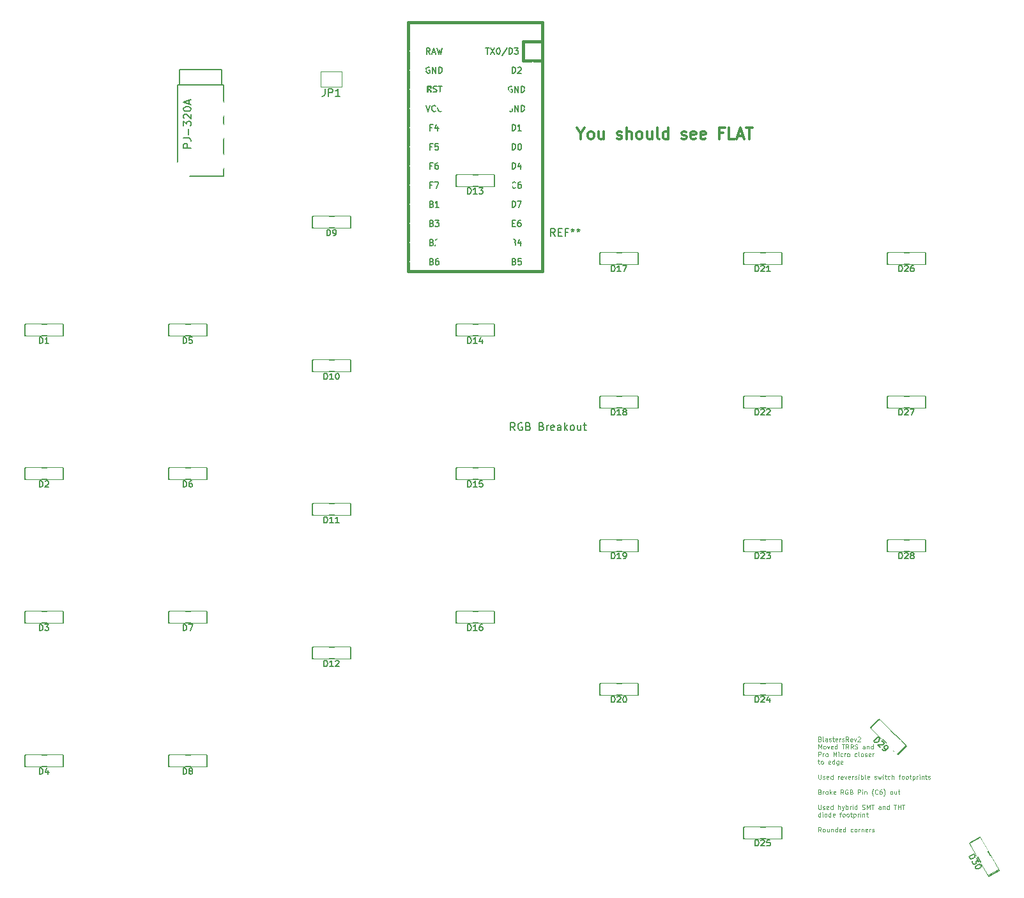
<source format=gto>
G04 #@! TF.GenerationSoftware,KiCad,Pcbnew,(5.1.2)-2*
G04 #@! TF.CreationDate,2019-06-19T23:20:39-05:00*
G04 #@! TF.ProjectId,BlastersRev2,426c6173-7465-4727-9352-6576322e6b69,rev?*
G04 #@! TF.SameCoordinates,Original*
G04 #@! TF.FileFunction,Legend,Top*
G04 #@! TF.FilePolarity,Positive*
%FSLAX46Y46*%
G04 Gerber Fmt 4.6, Leading zero omitted, Abs format (unit mm)*
G04 Created by KiCad (PCBNEW (5.1.2)-2) date 2019-06-19 23:20:39*
%MOMM*%
%LPD*%
G04 APERTURE LIST*
%ADD10C,0.100000*%
%ADD11C,0.150000*%
%ADD12C,0.300000*%
%ADD13C,0.120000*%
%ADD14C,0.381000*%
%ADD15C,2.152600*%
%ADD16R,1.400000X1.900000*%
%ADD17C,1.900000*%
%ADD18O,2.000000X2.600000*%
%ADD19R,2.000000X2.000000*%
%ADD20C,2.000000*%
%ADD21R,2.000000X1.600000*%
%ADD22C,1.600000*%
%ADD23C,2.900000*%
%ADD24C,2.900000*%
%ADD25C,2.400000*%
%ADD26R,2.152600X2.152600*%
%ADD27C,3.600000*%
G04 APERTURE END LIST*
D10*
X169507857Y-148707142D02*
X169593571Y-148735714D01*
X169622142Y-148764285D01*
X169650714Y-148821428D01*
X169650714Y-148907142D01*
X169622142Y-148964285D01*
X169593571Y-148992857D01*
X169536428Y-149021428D01*
X169307857Y-149021428D01*
X169307857Y-148421428D01*
X169507857Y-148421428D01*
X169565000Y-148450000D01*
X169593571Y-148478571D01*
X169622142Y-148535714D01*
X169622142Y-148592857D01*
X169593571Y-148650000D01*
X169565000Y-148678571D01*
X169507857Y-148707142D01*
X169307857Y-148707142D01*
X169993571Y-149021428D02*
X169936428Y-148992857D01*
X169907857Y-148935714D01*
X169907857Y-148421428D01*
X170479285Y-149021428D02*
X170479285Y-148707142D01*
X170450714Y-148650000D01*
X170393571Y-148621428D01*
X170279285Y-148621428D01*
X170222142Y-148650000D01*
X170479285Y-148992857D02*
X170422142Y-149021428D01*
X170279285Y-149021428D01*
X170222142Y-148992857D01*
X170193571Y-148935714D01*
X170193571Y-148878571D01*
X170222142Y-148821428D01*
X170279285Y-148792857D01*
X170422142Y-148792857D01*
X170479285Y-148764285D01*
X170736428Y-148992857D02*
X170793571Y-149021428D01*
X170907857Y-149021428D01*
X170965000Y-148992857D01*
X170993571Y-148935714D01*
X170993571Y-148907142D01*
X170965000Y-148850000D01*
X170907857Y-148821428D01*
X170822142Y-148821428D01*
X170765000Y-148792857D01*
X170736428Y-148735714D01*
X170736428Y-148707142D01*
X170765000Y-148650000D01*
X170822142Y-148621428D01*
X170907857Y-148621428D01*
X170965000Y-148650000D01*
X171165000Y-148621428D02*
X171393571Y-148621428D01*
X171250714Y-148421428D02*
X171250714Y-148935714D01*
X171279285Y-148992857D01*
X171336428Y-149021428D01*
X171393571Y-149021428D01*
X171822142Y-148992857D02*
X171765000Y-149021428D01*
X171650714Y-149021428D01*
X171593571Y-148992857D01*
X171565000Y-148935714D01*
X171565000Y-148707142D01*
X171593571Y-148650000D01*
X171650714Y-148621428D01*
X171765000Y-148621428D01*
X171822142Y-148650000D01*
X171850714Y-148707142D01*
X171850714Y-148764285D01*
X171565000Y-148821428D01*
X172107857Y-149021428D02*
X172107857Y-148621428D01*
X172107857Y-148735714D02*
X172136428Y-148678571D01*
X172165000Y-148650000D01*
X172222142Y-148621428D01*
X172279285Y-148621428D01*
X172450714Y-148992857D02*
X172507857Y-149021428D01*
X172622142Y-149021428D01*
X172679285Y-148992857D01*
X172707857Y-148935714D01*
X172707857Y-148907142D01*
X172679285Y-148850000D01*
X172622142Y-148821428D01*
X172536428Y-148821428D01*
X172479285Y-148792857D01*
X172450714Y-148735714D01*
X172450714Y-148707142D01*
X172479285Y-148650000D01*
X172536428Y-148621428D01*
X172622142Y-148621428D01*
X172679285Y-148650000D01*
X173307857Y-149021428D02*
X173107857Y-148735714D01*
X172965000Y-149021428D02*
X172965000Y-148421428D01*
X173193571Y-148421428D01*
X173250714Y-148450000D01*
X173279285Y-148478571D01*
X173307857Y-148535714D01*
X173307857Y-148621428D01*
X173279285Y-148678571D01*
X173250714Y-148707142D01*
X173193571Y-148735714D01*
X172965000Y-148735714D01*
X173793571Y-148992857D02*
X173736428Y-149021428D01*
X173622142Y-149021428D01*
X173565000Y-148992857D01*
X173536428Y-148935714D01*
X173536428Y-148707142D01*
X173565000Y-148650000D01*
X173622142Y-148621428D01*
X173736428Y-148621428D01*
X173793571Y-148650000D01*
X173822142Y-148707142D01*
X173822142Y-148764285D01*
X173536428Y-148821428D01*
X174022142Y-148621428D02*
X174165000Y-149021428D01*
X174307857Y-148621428D01*
X174507857Y-148478571D02*
X174536428Y-148450000D01*
X174593571Y-148421428D01*
X174736428Y-148421428D01*
X174793571Y-148450000D01*
X174822142Y-148478571D01*
X174850714Y-148535714D01*
X174850714Y-148592857D01*
X174822142Y-148678571D01*
X174479285Y-149021428D01*
X174850714Y-149021428D01*
X169307857Y-150021428D02*
X169307857Y-149421428D01*
X169507857Y-149850000D01*
X169707857Y-149421428D01*
X169707857Y-150021428D01*
X170079285Y-150021428D02*
X170022142Y-149992857D01*
X169993571Y-149964285D01*
X169965000Y-149907142D01*
X169965000Y-149735714D01*
X169993571Y-149678571D01*
X170022142Y-149650000D01*
X170079285Y-149621428D01*
X170165000Y-149621428D01*
X170222142Y-149650000D01*
X170250714Y-149678571D01*
X170279285Y-149735714D01*
X170279285Y-149907142D01*
X170250714Y-149964285D01*
X170222142Y-149992857D01*
X170165000Y-150021428D01*
X170079285Y-150021428D01*
X170479285Y-149621428D02*
X170622142Y-150021428D01*
X170765000Y-149621428D01*
X171222142Y-149992857D02*
X171165000Y-150021428D01*
X171050714Y-150021428D01*
X170993571Y-149992857D01*
X170965000Y-149935714D01*
X170965000Y-149707142D01*
X170993571Y-149650000D01*
X171050714Y-149621428D01*
X171165000Y-149621428D01*
X171222142Y-149650000D01*
X171250714Y-149707142D01*
X171250714Y-149764285D01*
X170965000Y-149821428D01*
X171765000Y-150021428D02*
X171765000Y-149421428D01*
X171765000Y-149992857D02*
X171707857Y-150021428D01*
X171593571Y-150021428D01*
X171536428Y-149992857D01*
X171507857Y-149964285D01*
X171479285Y-149907142D01*
X171479285Y-149735714D01*
X171507857Y-149678571D01*
X171536428Y-149650000D01*
X171593571Y-149621428D01*
X171707857Y-149621428D01*
X171765000Y-149650000D01*
X172422142Y-149421428D02*
X172765000Y-149421428D01*
X172593571Y-150021428D02*
X172593571Y-149421428D01*
X173307857Y-150021428D02*
X173107857Y-149735714D01*
X172965000Y-150021428D02*
X172965000Y-149421428D01*
X173193571Y-149421428D01*
X173250714Y-149450000D01*
X173279285Y-149478571D01*
X173307857Y-149535714D01*
X173307857Y-149621428D01*
X173279285Y-149678571D01*
X173250714Y-149707142D01*
X173193571Y-149735714D01*
X172965000Y-149735714D01*
X173907857Y-150021428D02*
X173707857Y-149735714D01*
X173565000Y-150021428D02*
X173565000Y-149421428D01*
X173793571Y-149421428D01*
X173850714Y-149450000D01*
X173879285Y-149478571D01*
X173907857Y-149535714D01*
X173907857Y-149621428D01*
X173879285Y-149678571D01*
X173850714Y-149707142D01*
X173793571Y-149735714D01*
X173565000Y-149735714D01*
X174136428Y-149992857D02*
X174222142Y-150021428D01*
X174365000Y-150021428D01*
X174422142Y-149992857D01*
X174450714Y-149964285D01*
X174479285Y-149907142D01*
X174479285Y-149850000D01*
X174450714Y-149792857D01*
X174422142Y-149764285D01*
X174365000Y-149735714D01*
X174250714Y-149707142D01*
X174193571Y-149678571D01*
X174165000Y-149650000D01*
X174136428Y-149592857D01*
X174136428Y-149535714D01*
X174165000Y-149478571D01*
X174193571Y-149450000D01*
X174250714Y-149421428D01*
X174393571Y-149421428D01*
X174479285Y-149450000D01*
X175450714Y-150021428D02*
X175450714Y-149707142D01*
X175422142Y-149650000D01*
X175365000Y-149621428D01*
X175250714Y-149621428D01*
X175193571Y-149650000D01*
X175450714Y-149992857D02*
X175393571Y-150021428D01*
X175250714Y-150021428D01*
X175193571Y-149992857D01*
X175165000Y-149935714D01*
X175165000Y-149878571D01*
X175193571Y-149821428D01*
X175250714Y-149792857D01*
X175393571Y-149792857D01*
X175450714Y-149764285D01*
X175736428Y-149621428D02*
X175736428Y-150021428D01*
X175736428Y-149678571D02*
X175765000Y-149650000D01*
X175822142Y-149621428D01*
X175907857Y-149621428D01*
X175965000Y-149650000D01*
X175993571Y-149707142D01*
X175993571Y-150021428D01*
X176536428Y-150021428D02*
X176536428Y-149421428D01*
X176536428Y-149992857D02*
X176479285Y-150021428D01*
X176365000Y-150021428D01*
X176307857Y-149992857D01*
X176279285Y-149964285D01*
X176250714Y-149907142D01*
X176250714Y-149735714D01*
X176279285Y-149678571D01*
X176307857Y-149650000D01*
X176365000Y-149621428D01*
X176479285Y-149621428D01*
X176536428Y-149650000D01*
X169307857Y-151021428D02*
X169307857Y-150421428D01*
X169536428Y-150421428D01*
X169593571Y-150450000D01*
X169622142Y-150478571D01*
X169650714Y-150535714D01*
X169650714Y-150621428D01*
X169622142Y-150678571D01*
X169593571Y-150707142D01*
X169536428Y-150735714D01*
X169307857Y-150735714D01*
X169907857Y-151021428D02*
X169907857Y-150621428D01*
X169907857Y-150735714D02*
X169936428Y-150678571D01*
X169965000Y-150650000D01*
X170022142Y-150621428D01*
X170079285Y-150621428D01*
X170365000Y-151021428D02*
X170307857Y-150992857D01*
X170279285Y-150964285D01*
X170250714Y-150907142D01*
X170250714Y-150735714D01*
X170279285Y-150678571D01*
X170307857Y-150650000D01*
X170365000Y-150621428D01*
X170450714Y-150621428D01*
X170507857Y-150650000D01*
X170536428Y-150678571D01*
X170565000Y-150735714D01*
X170565000Y-150907142D01*
X170536428Y-150964285D01*
X170507857Y-150992857D01*
X170450714Y-151021428D01*
X170365000Y-151021428D01*
X171279285Y-151021428D02*
X171279285Y-150421428D01*
X171479285Y-150850000D01*
X171679285Y-150421428D01*
X171679285Y-151021428D01*
X171965000Y-151021428D02*
X171965000Y-150621428D01*
X171965000Y-150421428D02*
X171936428Y-150450000D01*
X171965000Y-150478571D01*
X171993571Y-150450000D01*
X171965000Y-150421428D01*
X171965000Y-150478571D01*
X172507857Y-150992857D02*
X172450714Y-151021428D01*
X172336428Y-151021428D01*
X172279285Y-150992857D01*
X172250714Y-150964285D01*
X172222142Y-150907142D01*
X172222142Y-150735714D01*
X172250714Y-150678571D01*
X172279285Y-150650000D01*
X172336428Y-150621428D01*
X172450714Y-150621428D01*
X172507857Y-150650000D01*
X172765000Y-151021428D02*
X172765000Y-150621428D01*
X172765000Y-150735714D02*
X172793571Y-150678571D01*
X172822142Y-150650000D01*
X172879285Y-150621428D01*
X172936428Y-150621428D01*
X173222142Y-151021428D02*
X173165000Y-150992857D01*
X173136428Y-150964285D01*
X173107857Y-150907142D01*
X173107857Y-150735714D01*
X173136428Y-150678571D01*
X173165000Y-150650000D01*
X173222142Y-150621428D01*
X173307857Y-150621428D01*
X173365000Y-150650000D01*
X173393571Y-150678571D01*
X173422142Y-150735714D01*
X173422142Y-150907142D01*
X173393571Y-150964285D01*
X173365000Y-150992857D01*
X173307857Y-151021428D01*
X173222142Y-151021428D01*
X174393571Y-150992857D02*
X174336428Y-151021428D01*
X174222142Y-151021428D01*
X174165000Y-150992857D01*
X174136428Y-150964285D01*
X174107857Y-150907142D01*
X174107857Y-150735714D01*
X174136428Y-150678571D01*
X174165000Y-150650000D01*
X174222142Y-150621428D01*
X174336428Y-150621428D01*
X174393571Y-150650000D01*
X174736428Y-151021428D02*
X174679285Y-150992857D01*
X174650714Y-150935714D01*
X174650714Y-150421428D01*
X175050714Y-151021428D02*
X174993571Y-150992857D01*
X174965000Y-150964285D01*
X174936428Y-150907142D01*
X174936428Y-150735714D01*
X174965000Y-150678571D01*
X174993571Y-150650000D01*
X175050714Y-150621428D01*
X175136428Y-150621428D01*
X175193571Y-150650000D01*
X175222142Y-150678571D01*
X175250714Y-150735714D01*
X175250714Y-150907142D01*
X175222142Y-150964285D01*
X175193571Y-150992857D01*
X175136428Y-151021428D01*
X175050714Y-151021428D01*
X175479285Y-150992857D02*
X175536428Y-151021428D01*
X175650714Y-151021428D01*
X175707857Y-150992857D01*
X175736428Y-150935714D01*
X175736428Y-150907142D01*
X175707857Y-150850000D01*
X175650714Y-150821428D01*
X175565000Y-150821428D01*
X175507857Y-150792857D01*
X175479285Y-150735714D01*
X175479285Y-150707142D01*
X175507857Y-150650000D01*
X175565000Y-150621428D01*
X175650714Y-150621428D01*
X175707857Y-150650000D01*
X176222142Y-150992857D02*
X176165000Y-151021428D01*
X176050714Y-151021428D01*
X175993571Y-150992857D01*
X175965000Y-150935714D01*
X175965000Y-150707142D01*
X175993571Y-150650000D01*
X176050714Y-150621428D01*
X176165000Y-150621428D01*
X176222142Y-150650000D01*
X176250714Y-150707142D01*
X176250714Y-150764285D01*
X175965000Y-150821428D01*
X176507857Y-151021428D02*
X176507857Y-150621428D01*
X176507857Y-150735714D02*
X176536428Y-150678571D01*
X176565000Y-150650000D01*
X176622142Y-150621428D01*
X176679285Y-150621428D01*
X169222142Y-151621428D02*
X169450714Y-151621428D01*
X169307857Y-151421428D02*
X169307857Y-151935714D01*
X169336428Y-151992857D01*
X169393571Y-152021428D01*
X169450714Y-152021428D01*
X169736428Y-152021428D02*
X169679285Y-151992857D01*
X169650714Y-151964285D01*
X169622142Y-151907142D01*
X169622142Y-151735714D01*
X169650714Y-151678571D01*
X169679285Y-151650000D01*
X169736428Y-151621428D01*
X169822142Y-151621428D01*
X169879285Y-151650000D01*
X169907857Y-151678571D01*
X169936428Y-151735714D01*
X169936428Y-151907142D01*
X169907857Y-151964285D01*
X169879285Y-151992857D01*
X169822142Y-152021428D01*
X169736428Y-152021428D01*
X170879285Y-151992857D02*
X170822142Y-152021428D01*
X170707857Y-152021428D01*
X170650714Y-151992857D01*
X170622142Y-151935714D01*
X170622142Y-151707142D01*
X170650714Y-151650000D01*
X170707857Y-151621428D01*
X170822142Y-151621428D01*
X170879285Y-151650000D01*
X170907857Y-151707142D01*
X170907857Y-151764285D01*
X170622142Y-151821428D01*
X171422142Y-152021428D02*
X171422142Y-151421428D01*
X171422142Y-151992857D02*
X171365000Y-152021428D01*
X171250714Y-152021428D01*
X171193571Y-151992857D01*
X171165000Y-151964285D01*
X171136428Y-151907142D01*
X171136428Y-151735714D01*
X171165000Y-151678571D01*
X171193571Y-151650000D01*
X171250714Y-151621428D01*
X171365000Y-151621428D01*
X171422142Y-151650000D01*
X171965000Y-151621428D02*
X171965000Y-152107142D01*
X171936428Y-152164285D01*
X171907857Y-152192857D01*
X171850714Y-152221428D01*
X171765000Y-152221428D01*
X171707857Y-152192857D01*
X171965000Y-151992857D02*
X171907857Y-152021428D01*
X171793571Y-152021428D01*
X171736428Y-151992857D01*
X171707857Y-151964285D01*
X171679285Y-151907142D01*
X171679285Y-151735714D01*
X171707857Y-151678571D01*
X171736428Y-151650000D01*
X171793571Y-151621428D01*
X171907857Y-151621428D01*
X171965000Y-151650000D01*
X172479285Y-151992857D02*
X172422142Y-152021428D01*
X172307857Y-152021428D01*
X172250714Y-151992857D01*
X172222142Y-151935714D01*
X172222142Y-151707142D01*
X172250714Y-151650000D01*
X172307857Y-151621428D01*
X172422142Y-151621428D01*
X172479285Y-151650000D01*
X172507857Y-151707142D01*
X172507857Y-151764285D01*
X172222142Y-151821428D01*
X169307857Y-153421428D02*
X169307857Y-153907142D01*
X169336428Y-153964285D01*
X169365000Y-153992857D01*
X169422142Y-154021428D01*
X169536428Y-154021428D01*
X169593571Y-153992857D01*
X169622142Y-153964285D01*
X169650714Y-153907142D01*
X169650714Y-153421428D01*
X169907857Y-153992857D02*
X169965000Y-154021428D01*
X170079285Y-154021428D01*
X170136428Y-153992857D01*
X170165000Y-153935714D01*
X170165000Y-153907142D01*
X170136428Y-153850000D01*
X170079285Y-153821428D01*
X169993571Y-153821428D01*
X169936428Y-153792857D01*
X169907857Y-153735714D01*
X169907857Y-153707142D01*
X169936428Y-153650000D01*
X169993571Y-153621428D01*
X170079285Y-153621428D01*
X170136428Y-153650000D01*
X170650714Y-153992857D02*
X170593571Y-154021428D01*
X170479285Y-154021428D01*
X170422142Y-153992857D01*
X170393571Y-153935714D01*
X170393571Y-153707142D01*
X170422142Y-153650000D01*
X170479285Y-153621428D01*
X170593571Y-153621428D01*
X170650714Y-153650000D01*
X170679285Y-153707142D01*
X170679285Y-153764285D01*
X170393571Y-153821428D01*
X171193571Y-154021428D02*
X171193571Y-153421428D01*
X171193571Y-153992857D02*
X171136428Y-154021428D01*
X171022142Y-154021428D01*
X170965000Y-153992857D01*
X170936428Y-153964285D01*
X170907857Y-153907142D01*
X170907857Y-153735714D01*
X170936428Y-153678571D01*
X170965000Y-153650000D01*
X171022142Y-153621428D01*
X171136428Y-153621428D01*
X171193571Y-153650000D01*
X171936428Y-154021428D02*
X171936428Y-153621428D01*
X171936428Y-153735714D02*
X171965000Y-153678571D01*
X171993571Y-153650000D01*
X172050714Y-153621428D01*
X172107857Y-153621428D01*
X172536428Y-153992857D02*
X172479285Y-154021428D01*
X172365000Y-154021428D01*
X172307857Y-153992857D01*
X172279285Y-153935714D01*
X172279285Y-153707142D01*
X172307857Y-153650000D01*
X172365000Y-153621428D01*
X172479285Y-153621428D01*
X172536428Y-153650000D01*
X172565000Y-153707142D01*
X172565000Y-153764285D01*
X172279285Y-153821428D01*
X172765000Y-153621428D02*
X172907857Y-154021428D01*
X173050714Y-153621428D01*
X173507857Y-153992857D02*
X173450714Y-154021428D01*
X173336428Y-154021428D01*
X173279285Y-153992857D01*
X173250714Y-153935714D01*
X173250714Y-153707142D01*
X173279285Y-153650000D01*
X173336428Y-153621428D01*
X173450714Y-153621428D01*
X173507857Y-153650000D01*
X173536428Y-153707142D01*
X173536428Y-153764285D01*
X173250714Y-153821428D01*
X173793571Y-154021428D02*
X173793571Y-153621428D01*
X173793571Y-153735714D02*
X173822142Y-153678571D01*
X173850714Y-153650000D01*
X173907857Y-153621428D01*
X173965000Y-153621428D01*
X174136428Y-153992857D02*
X174193571Y-154021428D01*
X174307857Y-154021428D01*
X174365000Y-153992857D01*
X174393571Y-153935714D01*
X174393571Y-153907142D01*
X174365000Y-153850000D01*
X174307857Y-153821428D01*
X174222142Y-153821428D01*
X174165000Y-153792857D01*
X174136428Y-153735714D01*
X174136428Y-153707142D01*
X174165000Y-153650000D01*
X174222142Y-153621428D01*
X174307857Y-153621428D01*
X174365000Y-153650000D01*
X174650714Y-154021428D02*
X174650714Y-153621428D01*
X174650714Y-153421428D02*
X174622142Y-153450000D01*
X174650714Y-153478571D01*
X174679285Y-153450000D01*
X174650714Y-153421428D01*
X174650714Y-153478571D01*
X174936428Y-154021428D02*
X174936428Y-153421428D01*
X174936428Y-153650000D02*
X174993571Y-153621428D01*
X175107857Y-153621428D01*
X175165000Y-153650000D01*
X175193571Y-153678571D01*
X175222142Y-153735714D01*
X175222142Y-153907142D01*
X175193571Y-153964285D01*
X175165000Y-153992857D01*
X175107857Y-154021428D01*
X174993571Y-154021428D01*
X174936428Y-153992857D01*
X175565000Y-154021428D02*
X175507857Y-153992857D01*
X175479285Y-153935714D01*
X175479285Y-153421428D01*
X176022142Y-153992857D02*
X175965000Y-154021428D01*
X175850714Y-154021428D01*
X175793571Y-153992857D01*
X175765000Y-153935714D01*
X175765000Y-153707142D01*
X175793571Y-153650000D01*
X175850714Y-153621428D01*
X175965000Y-153621428D01*
X176022142Y-153650000D01*
X176050714Y-153707142D01*
X176050714Y-153764285D01*
X175765000Y-153821428D01*
X176736428Y-153992857D02*
X176793571Y-154021428D01*
X176907857Y-154021428D01*
X176965000Y-153992857D01*
X176993571Y-153935714D01*
X176993571Y-153907142D01*
X176965000Y-153850000D01*
X176907857Y-153821428D01*
X176822142Y-153821428D01*
X176765000Y-153792857D01*
X176736428Y-153735714D01*
X176736428Y-153707142D01*
X176765000Y-153650000D01*
X176822142Y-153621428D01*
X176907857Y-153621428D01*
X176965000Y-153650000D01*
X177193571Y-153621428D02*
X177307857Y-154021428D01*
X177422142Y-153735714D01*
X177536428Y-154021428D01*
X177650714Y-153621428D01*
X177879285Y-154021428D02*
X177879285Y-153621428D01*
X177879285Y-153421428D02*
X177850714Y-153450000D01*
X177879285Y-153478571D01*
X177907857Y-153450000D01*
X177879285Y-153421428D01*
X177879285Y-153478571D01*
X178079285Y-153621428D02*
X178307857Y-153621428D01*
X178165000Y-153421428D02*
X178165000Y-153935714D01*
X178193571Y-153992857D01*
X178250714Y-154021428D01*
X178307857Y-154021428D01*
X178765000Y-153992857D02*
X178707857Y-154021428D01*
X178593571Y-154021428D01*
X178536428Y-153992857D01*
X178507857Y-153964285D01*
X178479285Y-153907142D01*
X178479285Y-153735714D01*
X178507857Y-153678571D01*
X178536428Y-153650000D01*
X178593571Y-153621428D01*
X178707857Y-153621428D01*
X178765000Y-153650000D01*
X179022142Y-154021428D02*
X179022142Y-153421428D01*
X179279285Y-154021428D02*
X179279285Y-153707142D01*
X179250714Y-153650000D01*
X179193571Y-153621428D01*
X179107857Y-153621428D01*
X179050714Y-153650000D01*
X179022142Y-153678571D01*
X179936428Y-153621428D02*
X180165000Y-153621428D01*
X180022142Y-154021428D02*
X180022142Y-153507142D01*
X180050714Y-153450000D01*
X180107857Y-153421428D01*
X180165000Y-153421428D01*
X180450714Y-154021428D02*
X180393571Y-153992857D01*
X180365000Y-153964285D01*
X180336428Y-153907142D01*
X180336428Y-153735714D01*
X180365000Y-153678571D01*
X180393571Y-153650000D01*
X180450714Y-153621428D01*
X180536428Y-153621428D01*
X180593571Y-153650000D01*
X180622142Y-153678571D01*
X180650714Y-153735714D01*
X180650714Y-153907142D01*
X180622142Y-153964285D01*
X180593571Y-153992857D01*
X180536428Y-154021428D01*
X180450714Y-154021428D01*
X180993571Y-154021428D02*
X180936428Y-153992857D01*
X180907857Y-153964285D01*
X180879285Y-153907142D01*
X180879285Y-153735714D01*
X180907857Y-153678571D01*
X180936428Y-153650000D01*
X180993571Y-153621428D01*
X181079285Y-153621428D01*
X181136428Y-153650000D01*
X181165000Y-153678571D01*
X181193571Y-153735714D01*
X181193571Y-153907142D01*
X181165000Y-153964285D01*
X181136428Y-153992857D01*
X181079285Y-154021428D01*
X180993571Y-154021428D01*
X181365000Y-153621428D02*
X181593571Y-153621428D01*
X181450714Y-153421428D02*
X181450714Y-153935714D01*
X181479285Y-153992857D01*
X181536428Y-154021428D01*
X181593571Y-154021428D01*
X181793571Y-153621428D02*
X181793571Y-154221428D01*
X181793571Y-153650000D02*
X181850714Y-153621428D01*
X181965000Y-153621428D01*
X182022142Y-153650000D01*
X182050714Y-153678571D01*
X182079285Y-153735714D01*
X182079285Y-153907142D01*
X182050714Y-153964285D01*
X182022142Y-153992857D01*
X181965000Y-154021428D01*
X181850714Y-154021428D01*
X181793571Y-153992857D01*
X182336428Y-154021428D02*
X182336428Y-153621428D01*
X182336428Y-153735714D02*
X182365000Y-153678571D01*
X182393571Y-153650000D01*
X182450714Y-153621428D01*
X182507857Y-153621428D01*
X182707857Y-154021428D02*
X182707857Y-153621428D01*
X182707857Y-153421428D02*
X182679285Y-153450000D01*
X182707857Y-153478571D01*
X182736428Y-153450000D01*
X182707857Y-153421428D01*
X182707857Y-153478571D01*
X182993571Y-153621428D02*
X182993571Y-154021428D01*
X182993571Y-153678571D02*
X183022142Y-153650000D01*
X183079285Y-153621428D01*
X183165000Y-153621428D01*
X183222142Y-153650000D01*
X183250714Y-153707142D01*
X183250714Y-154021428D01*
X183450714Y-153621428D02*
X183679285Y-153621428D01*
X183536428Y-153421428D02*
X183536428Y-153935714D01*
X183565000Y-153992857D01*
X183622142Y-154021428D01*
X183679285Y-154021428D01*
X183850714Y-153992857D02*
X183907857Y-154021428D01*
X184022142Y-154021428D01*
X184079285Y-153992857D01*
X184107857Y-153935714D01*
X184107857Y-153907142D01*
X184079285Y-153850000D01*
X184022142Y-153821428D01*
X183936428Y-153821428D01*
X183879285Y-153792857D01*
X183850714Y-153735714D01*
X183850714Y-153707142D01*
X183879285Y-153650000D01*
X183936428Y-153621428D01*
X184022142Y-153621428D01*
X184079285Y-153650000D01*
X169507857Y-155707142D02*
X169593571Y-155735714D01*
X169622142Y-155764285D01*
X169650714Y-155821428D01*
X169650714Y-155907142D01*
X169622142Y-155964285D01*
X169593571Y-155992857D01*
X169536428Y-156021428D01*
X169307857Y-156021428D01*
X169307857Y-155421428D01*
X169507857Y-155421428D01*
X169565000Y-155450000D01*
X169593571Y-155478571D01*
X169622142Y-155535714D01*
X169622142Y-155592857D01*
X169593571Y-155650000D01*
X169565000Y-155678571D01*
X169507857Y-155707142D01*
X169307857Y-155707142D01*
X169907857Y-156021428D02*
X169907857Y-155621428D01*
X169907857Y-155735714D02*
X169936428Y-155678571D01*
X169965000Y-155650000D01*
X170022142Y-155621428D01*
X170079285Y-155621428D01*
X170365000Y-156021428D02*
X170307857Y-155992857D01*
X170279285Y-155964285D01*
X170250714Y-155907142D01*
X170250714Y-155735714D01*
X170279285Y-155678571D01*
X170307857Y-155650000D01*
X170365000Y-155621428D01*
X170450714Y-155621428D01*
X170507857Y-155650000D01*
X170536428Y-155678571D01*
X170565000Y-155735714D01*
X170565000Y-155907142D01*
X170536428Y-155964285D01*
X170507857Y-155992857D01*
X170450714Y-156021428D01*
X170365000Y-156021428D01*
X170822142Y-156021428D02*
X170822142Y-155421428D01*
X170879285Y-155792857D02*
X171050714Y-156021428D01*
X171050714Y-155621428D02*
X170822142Y-155850000D01*
X171536428Y-155992857D02*
X171479285Y-156021428D01*
X171365000Y-156021428D01*
X171307857Y-155992857D01*
X171279285Y-155935714D01*
X171279285Y-155707142D01*
X171307857Y-155650000D01*
X171365000Y-155621428D01*
X171479285Y-155621428D01*
X171536428Y-155650000D01*
X171565000Y-155707142D01*
X171565000Y-155764285D01*
X171279285Y-155821428D01*
X172622142Y-156021428D02*
X172422142Y-155735714D01*
X172279285Y-156021428D02*
X172279285Y-155421428D01*
X172507857Y-155421428D01*
X172565000Y-155450000D01*
X172593571Y-155478571D01*
X172622142Y-155535714D01*
X172622142Y-155621428D01*
X172593571Y-155678571D01*
X172565000Y-155707142D01*
X172507857Y-155735714D01*
X172279285Y-155735714D01*
X173193571Y-155450000D02*
X173136428Y-155421428D01*
X173050714Y-155421428D01*
X172965000Y-155450000D01*
X172907857Y-155507142D01*
X172879285Y-155564285D01*
X172850714Y-155678571D01*
X172850714Y-155764285D01*
X172879285Y-155878571D01*
X172907857Y-155935714D01*
X172965000Y-155992857D01*
X173050714Y-156021428D01*
X173107857Y-156021428D01*
X173193571Y-155992857D01*
X173222142Y-155964285D01*
X173222142Y-155764285D01*
X173107857Y-155764285D01*
X173679285Y-155707142D02*
X173765000Y-155735714D01*
X173793571Y-155764285D01*
X173822142Y-155821428D01*
X173822142Y-155907142D01*
X173793571Y-155964285D01*
X173765000Y-155992857D01*
X173707857Y-156021428D01*
X173479285Y-156021428D01*
X173479285Y-155421428D01*
X173679285Y-155421428D01*
X173736428Y-155450000D01*
X173765000Y-155478571D01*
X173793571Y-155535714D01*
X173793571Y-155592857D01*
X173765000Y-155650000D01*
X173736428Y-155678571D01*
X173679285Y-155707142D01*
X173479285Y-155707142D01*
X174536428Y-156021428D02*
X174536428Y-155421428D01*
X174765000Y-155421428D01*
X174822142Y-155450000D01*
X174850714Y-155478571D01*
X174879285Y-155535714D01*
X174879285Y-155621428D01*
X174850714Y-155678571D01*
X174822142Y-155707142D01*
X174765000Y-155735714D01*
X174536428Y-155735714D01*
X175136428Y-156021428D02*
X175136428Y-155621428D01*
X175136428Y-155421428D02*
X175107857Y-155450000D01*
X175136428Y-155478571D01*
X175165000Y-155450000D01*
X175136428Y-155421428D01*
X175136428Y-155478571D01*
X175422142Y-155621428D02*
X175422142Y-156021428D01*
X175422142Y-155678571D02*
X175450714Y-155650000D01*
X175507857Y-155621428D01*
X175593571Y-155621428D01*
X175650714Y-155650000D01*
X175679285Y-155707142D01*
X175679285Y-156021428D01*
X176593571Y-156250000D02*
X176565000Y-156221428D01*
X176507857Y-156135714D01*
X176479285Y-156078571D01*
X176450714Y-155992857D01*
X176422142Y-155850000D01*
X176422142Y-155735714D01*
X176450714Y-155592857D01*
X176479285Y-155507142D01*
X176507857Y-155450000D01*
X176565000Y-155364285D01*
X176593571Y-155335714D01*
X177165000Y-155964285D02*
X177136428Y-155992857D01*
X177050714Y-156021428D01*
X176993571Y-156021428D01*
X176907857Y-155992857D01*
X176850714Y-155935714D01*
X176822142Y-155878571D01*
X176793571Y-155764285D01*
X176793571Y-155678571D01*
X176822142Y-155564285D01*
X176850714Y-155507142D01*
X176907857Y-155450000D01*
X176993571Y-155421428D01*
X177050714Y-155421428D01*
X177136428Y-155450000D01*
X177165000Y-155478571D01*
X177679285Y-155421428D02*
X177565000Y-155421428D01*
X177507857Y-155450000D01*
X177479285Y-155478571D01*
X177422142Y-155564285D01*
X177393571Y-155678571D01*
X177393571Y-155907142D01*
X177422142Y-155964285D01*
X177450714Y-155992857D01*
X177507857Y-156021428D01*
X177622142Y-156021428D01*
X177679285Y-155992857D01*
X177707857Y-155964285D01*
X177736428Y-155907142D01*
X177736428Y-155764285D01*
X177707857Y-155707142D01*
X177679285Y-155678571D01*
X177622142Y-155650000D01*
X177507857Y-155650000D01*
X177450714Y-155678571D01*
X177422142Y-155707142D01*
X177393571Y-155764285D01*
X177936428Y-156250000D02*
X177965000Y-156221428D01*
X178022142Y-156135714D01*
X178050714Y-156078571D01*
X178079285Y-155992857D01*
X178107857Y-155850000D01*
X178107857Y-155735714D01*
X178079285Y-155592857D01*
X178050714Y-155507142D01*
X178022142Y-155450000D01*
X177965000Y-155364285D01*
X177936428Y-155335714D01*
X178936428Y-156021428D02*
X178879285Y-155992857D01*
X178850714Y-155964285D01*
X178822142Y-155907142D01*
X178822142Y-155735714D01*
X178850714Y-155678571D01*
X178879285Y-155650000D01*
X178936428Y-155621428D01*
X179022142Y-155621428D01*
X179079285Y-155650000D01*
X179107857Y-155678571D01*
X179136428Y-155735714D01*
X179136428Y-155907142D01*
X179107857Y-155964285D01*
X179079285Y-155992857D01*
X179022142Y-156021428D01*
X178936428Y-156021428D01*
X179650714Y-155621428D02*
X179650714Y-156021428D01*
X179393571Y-155621428D02*
X179393571Y-155935714D01*
X179422142Y-155992857D01*
X179479285Y-156021428D01*
X179565000Y-156021428D01*
X179622142Y-155992857D01*
X179650714Y-155964285D01*
X179850714Y-155621428D02*
X180079285Y-155621428D01*
X179936428Y-155421428D02*
X179936428Y-155935714D01*
X179965000Y-155992857D01*
X180022142Y-156021428D01*
X180079285Y-156021428D01*
X169307857Y-157421428D02*
X169307857Y-157907142D01*
X169336428Y-157964285D01*
X169365000Y-157992857D01*
X169422142Y-158021428D01*
X169536428Y-158021428D01*
X169593571Y-157992857D01*
X169622142Y-157964285D01*
X169650714Y-157907142D01*
X169650714Y-157421428D01*
X169907857Y-157992857D02*
X169965000Y-158021428D01*
X170079285Y-158021428D01*
X170136428Y-157992857D01*
X170165000Y-157935714D01*
X170165000Y-157907142D01*
X170136428Y-157850000D01*
X170079285Y-157821428D01*
X169993571Y-157821428D01*
X169936428Y-157792857D01*
X169907857Y-157735714D01*
X169907857Y-157707142D01*
X169936428Y-157650000D01*
X169993571Y-157621428D01*
X170079285Y-157621428D01*
X170136428Y-157650000D01*
X170650714Y-157992857D02*
X170593571Y-158021428D01*
X170479285Y-158021428D01*
X170422142Y-157992857D01*
X170393571Y-157935714D01*
X170393571Y-157707142D01*
X170422142Y-157650000D01*
X170479285Y-157621428D01*
X170593571Y-157621428D01*
X170650714Y-157650000D01*
X170679285Y-157707142D01*
X170679285Y-157764285D01*
X170393571Y-157821428D01*
X171193571Y-158021428D02*
X171193571Y-157421428D01*
X171193571Y-157992857D02*
X171136428Y-158021428D01*
X171022142Y-158021428D01*
X170965000Y-157992857D01*
X170936428Y-157964285D01*
X170907857Y-157907142D01*
X170907857Y-157735714D01*
X170936428Y-157678571D01*
X170965000Y-157650000D01*
X171022142Y-157621428D01*
X171136428Y-157621428D01*
X171193571Y-157650000D01*
X171936428Y-158021428D02*
X171936428Y-157421428D01*
X172193571Y-158021428D02*
X172193571Y-157707142D01*
X172165000Y-157650000D01*
X172107857Y-157621428D01*
X172022142Y-157621428D01*
X171965000Y-157650000D01*
X171936428Y-157678571D01*
X172422142Y-157621428D02*
X172565000Y-158021428D01*
X172707857Y-157621428D02*
X172565000Y-158021428D01*
X172507857Y-158164285D01*
X172479285Y-158192857D01*
X172422142Y-158221428D01*
X172936428Y-158021428D02*
X172936428Y-157421428D01*
X172936428Y-157650000D02*
X172993571Y-157621428D01*
X173107857Y-157621428D01*
X173165000Y-157650000D01*
X173193571Y-157678571D01*
X173222142Y-157735714D01*
X173222142Y-157907142D01*
X173193571Y-157964285D01*
X173165000Y-157992857D01*
X173107857Y-158021428D01*
X172993571Y-158021428D01*
X172936428Y-157992857D01*
X173479285Y-158021428D02*
X173479285Y-157621428D01*
X173479285Y-157735714D02*
X173507857Y-157678571D01*
X173536428Y-157650000D01*
X173593571Y-157621428D01*
X173650714Y-157621428D01*
X173850714Y-158021428D02*
X173850714Y-157621428D01*
X173850714Y-157421428D02*
X173822142Y-157450000D01*
X173850714Y-157478571D01*
X173879285Y-157450000D01*
X173850714Y-157421428D01*
X173850714Y-157478571D01*
X174393571Y-158021428D02*
X174393571Y-157421428D01*
X174393571Y-157992857D02*
X174336428Y-158021428D01*
X174222142Y-158021428D01*
X174165000Y-157992857D01*
X174136428Y-157964285D01*
X174107857Y-157907142D01*
X174107857Y-157735714D01*
X174136428Y-157678571D01*
X174165000Y-157650000D01*
X174222142Y-157621428D01*
X174336428Y-157621428D01*
X174393571Y-157650000D01*
X175107857Y-157992857D02*
X175193571Y-158021428D01*
X175336428Y-158021428D01*
X175393571Y-157992857D01*
X175422142Y-157964285D01*
X175450714Y-157907142D01*
X175450714Y-157850000D01*
X175422142Y-157792857D01*
X175393571Y-157764285D01*
X175336428Y-157735714D01*
X175222142Y-157707142D01*
X175165000Y-157678571D01*
X175136428Y-157650000D01*
X175107857Y-157592857D01*
X175107857Y-157535714D01*
X175136428Y-157478571D01*
X175165000Y-157450000D01*
X175222142Y-157421428D01*
X175365000Y-157421428D01*
X175450714Y-157450000D01*
X175707857Y-158021428D02*
X175707857Y-157421428D01*
X175907857Y-157850000D01*
X176107857Y-157421428D01*
X176107857Y-158021428D01*
X176307857Y-157421428D02*
X176650714Y-157421428D01*
X176479285Y-158021428D02*
X176479285Y-157421428D01*
X177565000Y-158021428D02*
X177565000Y-157707142D01*
X177536428Y-157650000D01*
X177479285Y-157621428D01*
X177365000Y-157621428D01*
X177307857Y-157650000D01*
X177565000Y-157992857D02*
X177507857Y-158021428D01*
X177365000Y-158021428D01*
X177307857Y-157992857D01*
X177279285Y-157935714D01*
X177279285Y-157878571D01*
X177307857Y-157821428D01*
X177365000Y-157792857D01*
X177507857Y-157792857D01*
X177565000Y-157764285D01*
X177850714Y-157621428D02*
X177850714Y-158021428D01*
X177850714Y-157678571D02*
X177879285Y-157650000D01*
X177936428Y-157621428D01*
X178022142Y-157621428D01*
X178079285Y-157650000D01*
X178107857Y-157707142D01*
X178107857Y-158021428D01*
X178650714Y-158021428D02*
X178650714Y-157421428D01*
X178650714Y-157992857D02*
X178593571Y-158021428D01*
X178479285Y-158021428D01*
X178422142Y-157992857D01*
X178393571Y-157964285D01*
X178365000Y-157907142D01*
X178365000Y-157735714D01*
X178393571Y-157678571D01*
X178422142Y-157650000D01*
X178479285Y-157621428D01*
X178593571Y-157621428D01*
X178650714Y-157650000D01*
X179307857Y-157421428D02*
X179650714Y-157421428D01*
X179479285Y-158021428D02*
X179479285Y-157421428D01*
X179850714Y-158021428D02*
X179850714Y-157421428D01*
X179850714Y-157707142D02*
X180193571Y-157707142D01*
X180193571Y-158021428D02*
X180193571Y-157421428D01*
X180393571Y-157421428D02*
X180736428Y-157421428D01*
X180565000Y-158021428D02*
X180565000Y-157421428D01*
X169565000Y-159021428D02*
X169565000Y-158421428D01*
X169565000Y-158992857D02*
X169507857Y-159021428D01*
X169393571Y-159021428D01*
X169336428Y-158992857D01*
X169307857Y-158964285D01*
X169279285Y-158907142D01*
X169279285Y-158735714D01*
X169307857Y-158678571D01*
X169336428Y-158650000D01*
X169393571Y-158621428D01*
X169507857Y-158621428D01*
X169565000Y-158650000D01*
X169850714Y-159021428D02*
X169850714Y-158621428D01*
X169850714Y-158421428D02*
X169822142Y-158450000D01*
X169850714Y-158478571D01*
X169879285Y-158450000D01*
X169850714Y-158421428D01*
X169850714Y-158478571D01*
X170222142Y-159021428D02*
X170165000Y-158992857D01*
X170136428Y-158964285D01*
X170107857Y-158907142D01*
X170107857Y-158735714D01*
X170136428Y-158678571D01*
X170165000Y-158650000D01*
X170222142Y-158621428D01*
X170307857Y-158621428D01*
X170365000Y-158650000D01*
X170393571Y-158678571D01*
X170422142Y-158735714D01*
X170422142Y-158907142D01*
X170393571Y-158964285D01*
X170365000Y-158992857D01*
X170307857Y-159021428D01*
X170222142Y-159021428D01*
X170936428Y-159021428D02*
X170936428Y-158421428D01*
X170936428Y-158992857D02*
X170879285Y-159021428D01*
X170765000Y-159021428D01*
X170707857Y-158992857D01*
X170679285Y-158964285D01*
X170650714Y-158907142D01*
X170650714Y-158735714D01*
X170679285Y-158678571D01*
X170707857Y-158650000D01*
X170765000Y-158621428D01*
X170879285Y-158621428D01*
X170936428Y-158650000D01*
X171450714Y-158992857D02*
X171393571Y-159021428D01*
X171279285Y-159021428D01*
X171222142Y-158992857D01*
X171193571Y-158935714D01*
X171193571Y-158707142D01*
X171222142Y-158650000D01*
X171279285Y-158621428D01*
X171393571Y-158621428D01*
X171450714Y-158650000D01*
X171479285Y-158707142D01*
X171479285Y-158764285D01*
X171193571Y-158821428D01*
X172107857Y-158621428D02*
X172336428Y-158621428D01*
X172193571Y-159021428D02*
X172193571Y-158507142D01*
X172222142Y-158450000D01*
X172279285Y-158421428D01*
X172336428Y-158421428D01*
X172622142Y-159021428D02*
X172565000Y-158992857D01*
X172536428Y-158964285D01*
X172507857Y-158907142D01*
X172507857Y-158735714D01*
X172536428Y-158678571D01*
X172565000Y-158650000D01*
X172622142Y-158621428D01*
X172707857Y-158621428D01*
X172765000Y-158650000D01*
X172793571Y-158678571D01*
X172822142Y-158735714D01*
X172822142Y-158907142D01*
X172793571Y-158964285D01*
X172765000Y-158992857D01*
X172707857Y-159021428D01*
X172622142Y-159021428D01*
X173165000Y-159021428D02*
X173107857Y-158992857D01*
X173079285Y-158964285D01*
X173050714Y-158907142D01*
X173050714Y-158735714D01*
X173079285Y-158678571D01*
X173107857Y-158650000D01*
X173165000Y-158621428D01*
X173250714Y-158621428D01*
X173307857Y-158650000D01*
X173336428Y-158678571D01*
X173365000Y-158735714D01*
X173365000Y-158907142D01*
X173336428Y-158964285D01*
X173307857Y-158992857D01*
X173250714Y-159021428D01*
X173165000Y-159021428D01*
X173536428Y-158621428D02*
X173765000Y-158621428D01*
X173622142Y-158421428D02*
X173622142Y-158935714D01*
X173650714Y-158992857D01*
X173707857Y-159021428D01*
X173765000Y-159021428D01*
X173965000Y-158621428D02*
X173965000Y-159221428D01*
X173965000Y-158650000D02*
X174022142Y-158621428D01*
X174136428Y-158621428D01*
X174193571Y-158650000D01*
X174222142Y-158678571D01*
X174250714Y-158735714D01*
X174250714Y-158907142D01*
X174222142Y-158964285D01*
X174193571Y-158992857D01*
X174136428Y-159021428D01*
X174022142Y-159021428D01*
X173965000Y-158992857D01*
X174507857Y-159021428D02*
X174507857Y-158621428D01*
X174507857Y-158735714D02*
X174536428Y-158678571D01*
X174565000Y-158650000D01*
X174622142Y-158621428D01*
X174679285Y-158621428D01*
X174879285Y-159021428D02*
X174879285Y-158621428D01*
X174879285Y-158421428D02*
X174850714Y-158450000D01*
X174879285Y-158478571D01*
X174907857Y-158450000D01*
X174879285Y-158421428D01*
X174879285Y-158478571D01*
X175165000Y-158621428D02*
X175165000Y-159021428D01*
X175165000Y-158678571D02*
X175193571Y-158650000D01*
X175250714Y-158621428D01*
X175336428Y-158621428D01*
X175393571Y-158650000D01*
X175422142Y-158707142D01*
X175422142Y-159021428D01*
X175622142Y-158621428D02*
X175850714Y-158621428D01*
X175707857Y-158421428D02*
X175707857Y-158935714D01*
X175736428Y-158992857D01*
X175793571Y-159021428D01*
X175850714Y-159021428D01*
X169650714Y-161021428D02*
X169450714Y-160735714D01*
X169307857Y-161021428D02*
X169307857Y-160421428D01*
X169536428Y-160421428D01*
X169593571Y-160450000D01*
X169622142Y-160478571D01*
X169650714Y-160535714D01*
X169650714Y-160621428D01*
X169622142Y-160678571D01*
X169593571Y-160707142D01*
X169536428Y-160735714D01*
X169307857Y-160735714D01*
X169993571Y-161021428D02*
X169936428Y-160992857D01*
X169907857Y-160964285D01*
X169879285Y-160907142D01*
X169879285Y-160735714D01*
X169907857Y-160678571D01*
X169936428Y-160650000D01*
X169993571Y-160621428D01*
X170079285Y-160621428D01*
X170136428Y-160650000D01*
X170165000Y-160678571D01*
X170193571Y-160735714D01*
X170193571Y-160907142D01*
X170165000Y-160964285D01*
X170136428Y-160992857D01*
X170079285Y-161021428D01*
X169993571Y-161021428D01*
X170707857Y-160621428D02*
X170707857Y-161021428D01*
X170450714Y-160621428D02*
X170450714Y-160935714D01*
X170479285Y-160992857D01*
X170536428Y-161021428D01*
X170622142Y-161021428D01*
X170679285Y-160992857D01*
X170707857Y-160964285D01*
X170993571Y-160621428D02*
X170993571Y-161021428D01*
X170993571Y-160678571D02*
X171022142Y-160650000D01*
X171079285Y-160621428D01*
X171165000Y-160621428D01*
X171222142Y-160650000D01*
X171250714Y-160707142D01*
X171250714Y-161021428D01*
X171793571Y-161021428D02*
X171793571Y-160421428D01*
X171793571Y-160992857D02*
X171736428Y-161021428D01*
X171622142Y-161021428D01*
X171565000Y-160992857D01*
X171536428Y-160964285D01*
X171507857Y-160907142D01*
X171507857Y-160735714D01*
X171536428Y-160678571D01*
X171565000Y-160650000D01*
X171622142Y-160621428D01*
X171736428Y-160621428D01*
X171793571Y-160650000D01*
X172307857Y-160992857D02*
X172250714Y-161021428D01*
X172136428Y-161021428D01*
X172079285Y-160992857D01*
X172050714Y-160935714D01*
X172050714Y-160707142D01*
X172079285Y-160650000D01*
X172136428Y-160621428D01*
X172250714Y-160621428D01*
X172307857Y-160650000D01*
X172336428Y-160707142D01*
X172336428Y-160764285D01*
X172050714Y-160821428D01*
X172850714Y-161021428D02*
X172850714Y-160421428D01*
X172850714Y-160992857D02*
X172793571Y-161021428D01*
X172679285Y-161021428D01*
X172622142Y-160992857D01*
X172593571Y-160964285D01*
X172565000Y-160907142D01*
X172565000Y-160735714D01*
X172593571Y-160678571D01*
X172622142Y-160650000D01*
X172679285Y-160621428D01*
X172793571Y-160621428D01*
X172850714Y-160650000D01*
X173850714Y-160992857D02*
X173793571Y-161021428D01*
X173679285Y-161021428D01*
X173622142Y-160992857D01*
X173593571Y-160964285D01*
X173565000Y-160907142D01*
X173565000Y-160735714D01*
X173593571Y-160678571D01*
X173622142Y-160650000D01*
X173679285Y-160621428D01*
X173793571Y-160621428D01*
X173850714Y-160650000D01*
X174193571Y-161021428D02*
X174136428Y-160992857D01*
X174107857Y-160964285D01*
X174079285Y-160907142D01*
X174079285Y-160735714D01*
X174107857Y-160678571D01*
X174136428Y-160650000D01*
X174193571Y-160621428D01*
X174279285Y-160621428D01*
X174336428Y-160650000D01*
X174365000Y-160678571D01*
X174393571Y-160735714D01*
X174393571Y-160907142D01*
X174365000Y-160964285D01*
X174336428Y-160992857D01*
X174279285Y-161021428D01*
X174193571Y-161021428D01*
X174650714Y-161021428D02*
X174650714Y-160621428D01*
X174650714Y-160735714D02*
X174679285Y-160678571D01*
X174707857Y-160650000D01*
X174765000Y-160621428D01*
X174822142Y-160621428D01*
X175022142Y-160621428D02*
X175022142Y-161021428D01*
X175022142Y-160678571D02*
X175050714Y-160650000D01*
X175107857Y-160621428D01*
X175193571Y-160621428D01*
X175250714Y-160650000D01*
X175279285Y-160707142D01*
X175279285Y-161021428D01*
X175793571Y-160992857D02*
X175736428Y-161021428D01*
X175622142Y-161021428D01*
X175565000Y-160992857D01*
X175536428Y-160935714D01*
X175536428Y-160707142D01*
X175565000Y-160650000D01*
X175622142Y-160621428D01*
X175736428Y-160621428D01*
X175793571Y-160650000D01*
X175822142Y-160707142D01*
X175822142Y-160764285D01*
X175536428Y-160821428D01*
X176079285Y-161021428D02*
X176079285Y-160621428D01*
X176079285Y-160735714D02*
X176107857Y-160678571D01*
X176136428Y-160650000D01*
X176193571Y-160621428D01*
X176250714Y-160621428D01*
X176422142Y-160992857D02*
X176479285Y-161021428D01*
X176593571Y-161021428D01*
X176650714Y-160992857D01*
X176679285Y-160935714D01*
X176679285Y-160907142D01*
X176650714Y-160850000D01*
X176593571Y-160821428D01*
X176507857Y-160821428D01*
X176450714Y-160792857D01*
X176422142Y-160735714D01*
X176422142Y-160707142D01*
X176450714Y-160650000D01*
X176507857Y-160621428D01*
X176593571Y-160621428D01*
X176650714Y-160650000D01*
D11*
X129082857Y-107752380D02*
X128749523Y-107276190D01*
X128511428Y-107752380D02*
X128511428Y-106752380D01*
X128892380Y-106752380D01*
X128987619Y-106800000D01*
X129035238Y-106847619D01*
X129082857Y-106942857D01*
X129082857Y-107085714D01*
X129035238Y-107180952D01*
X128987619Y-107228571D01*
X128892380Y-107276190D01*
X128511428Y-107276190D01*
X130035238Y-106800000D02*
X129940000Y-106752380D01*
X129797142Y-106752380D01*
X129654285Y-106800000D01*
X129559047Y-106895238D01*
X129511428Y-106990476D01*
X129463809Y-107180952D01*
X129463809Y-107323809D01*
X129511428Y-107514285D01*
X129559047Y-107609523D01*
X129654285Y-107704761D01*
X129797142Y-107752380D01*
X129892380Y-107752380D01*
X130035238Y-107704761D01*
X130082857Y-107657142D01*
X130082857Y-107323809D01*
X129892380Y-107323809D01*
X130844761Y-107228571D02*
X130987619Y-107276190D01*
X131035238Y-107323809D01*
X131082857Y-107419047D01*
X131082857Y-107561904D01*
X131035238Y-107657142D01*
X130987619Y-107704761D01*
X130892380Y-107752380D01*
X130511428Y-107752380D01*
X130511428Y-106752380D01*
X130844761Y-106752380D01*
X130940000Y-106800000D01*
X130987619Y-106847619D01*
X131035238Y-106942857D01*
X131035238Y-107038095D01*
X130987619Y-107133333D01*
X130940000Y-107180952D01*
X130844761Y-107228571D01*
X130511428Y-107228571D01*
X132606666Y-107228571D02*
X132749523Y-107276190D01*
X132797142Y-107323809D01*
X132844761Y-107419047D01*
X132844761Y-107561904D01*
X132797142Y-107657142D01*
X132749523Y-107704761D01*
X132654285Y-107752380D01*
X132273333Y-107752380D01*
X132273333Y-106752380D01*
X132606666Y-106752380D01*
X132701904Y-106800000D01*
X132749523Y-106847619D01*
X132797142Y-106942857D01*
X132797142Y-107038095D01*
X132749523Y-107133333D01*
X132701904Y-107180952D01*
X132606666Y-107228571D01*
X132273333Y-107228571D01*
X133273333Y-107752380D02*
X133273333Y-107085714D01*
X133273333Y-107276190D02*
X133320952Y-107180952D01*
X133368571Y-107133333D01*
X133463809Y-107085714D01*
X133559047Y-107085714D01*
X134273333Y-107704761D02*
X134178095Y-107752380D01*
X133987619Y-107752380D01*
X133892380Y-107704761D01*
X133844761Y-107609523D01*
X133844761Y-107228571D01*
X133892380Y-107133333D01*
X133987619Y-107085714D01*
X134178095Y-107085714D01*
X134273333Y-107133333D01*
X134320952Y-107228571D01*
X134320952Y-107323809D01*
X133844761Y-107419047D01*
X135178095Y-107752380D02*
X135178095Y-107228571D01*
X135130476Y-107133333D01*
X135035238Y-107085714D01*
X134844761Y-107085714D01*
X134749523Y-107133333D01*
X135178095Y-107704761D02*
X135082857Y-107752380D01*
X134844761Y-107752380D01*
X134749523Y-107704761D01*
X134701904Y-107609523D01*
X134701904Y-107514285D01*
X134749523Y-107419047D01*
X134844761Y-107371428D01*
X135082857Y-107371428D01*
X135178095Y-107323809D01*
X135654285Y-107752380D02*
X135654285Y-106752380D01*
X135749523Y-107371428D02*
X136035238Y-107752380D01*
X136035238Y-107085714D02*
X135654285Y-107466666D01*
X136606666Y-107752380D02*
X136511428Y-107704761D01*
X136463809Y-107657142D01*
X136416190Y-107561904D01*
X136416190Y-107276190D01*
X136463809Y-107180952D01*
X136511428Y-107133333D01*
X136606666Y-107085714D01*
X136749523Y-107085714D01*
X136844761Y-107133333D01*
X136892380Y-107180952D01*
X136940000Y-107276190D01*
X136940000Y-107561904D01*
X136892380Y-107657142D01*
X136844761Y-107704761D01*
X136749523Y-107752380D01*
X136606666Y-107752380D01*
X137797142Y-107085714D02*
X137797142Y-107752380D01*
X137368571Y-107085714D02*
X137368571Y-107609523D01*
X137416190Y-107704761D01*
X137511428Y-107752380D01*
X137654285Y-107752380D01*
X137749523Y-107704761D01*
X137797142Y-107657142D01*
X138130476Y-107085714D02*
X138511428Y-107085714D01*
X138273333Y-106752380D02*
X138273333Y-107609523D01*
X138320952Y-107704761D01*
X138416190Y-107752380D01*
X138511428Y-107752380D01*
D12*
X137817142Y-68394285D02*
X137817142Y-69108571D01*
X137317142Y-67608571D02*
X137817142Y-68394285D01*
X138317142Y-67608571D01*
X139031428Y-69108571D02*
X138888571Y-69037142D01*
X138817142Y-68965714D01*
X138745714Y-68822857D01*
X138745714Y-68394285D01*
X138817142Y-68251428D01*
X138888571Y-68180000D01*
X139031428Y-68108571D01*
X139245714Y-68108571D01*
X139388571Y-68180000D01*
X139460000Y-68251428D01*
X139531428Y-68394285D01*
X139531428Y-68822857D01*
X139460000Y-68965714D01*
X139388571Y-69037142D01*
X139245714Y-69108571D01*
X139031428Y-69108571D01*
X140817142Y-68108571D02*
X140817142Y-69108571D01*
X140174285Y-68108571D02*
X140174285Y-68894285D01*
X140245714Y-69037142D01*
X140388571Y-69108571D01*
X140602857Y-69108571D01*
X140745714Y-69037142D01*
X140817142Y-68965714D01*
X142602857Y-69037142D02*
X142745714Y-69108571D01*
X143031428Y-69108571D01*
X143174285Y-69037142D01*
X143245714Y-68894285D01*
X143245714Y-68822857D01*
X143174285Y-68680000D01*
X143031428Y-68608571D01*
X142817142Y-68608571D01*
X142674285Y-68537142D01*
X142602857Y-68394285D01*
X142602857Y-68322857D01*
X142674285Y-68180000D01*
X142817142Y-68108571D01*
X143031428Y-68108571D01*
X143174285Y-68180000D01*
X143888571Y-69108571D02*
X143888571Y-67608571D01*
X144531428Y-69108571D02*
X144531428Y-68322857D01*
X144460000Y-68180000D01*
X144317142Y-68108571D01*
X144102857Y-68108571D01*
X143960000Y-68180000D01*
X143888571Y-68251428D01*
X145460000Y-69108571D02*
X145317142Y-69037142D01*
X145245714Y-68965714D01*
X145174285Y-68822857D01*
X145174285Y-68394285D01*
X145245714Y-68251428D01*
X145317142Y-68180000D01*
X145460000Y-68108571D01*
X145674285Y-68108571D01*
X145817142Y-68180000D01*
X145888571Y-68251428D01*
X145960000Y-68394285D01*
X145960000Y-68822857D01*
X145888571Y-68965714D01*
X145817142Y-69037142D01*
X145674285Y-69108571D01*
X145460000Y-69108571D01*
X147245714Y-68108571D02*
X147245714Y-69108571D01*
X146602857Y-68108571D02*
X146602857Y-68894285D01*
X146674285Y-69037142D01*
X146817142Y-69108571D01*
X147031428Y-69108571D01*
X147174285Y-69037142D01*
X147245714Y-68965714D01*
X148174285Y-69108571D02*
X148031428Y-69037142D01*
X147960000Y-68894285D01*
X147960000Y-67608571D01*
X149388571Y-69108571D02*
X149388571Y-67608571D01*
X149388571Y-69037142D02*
X149245714Y-69108571D01*
X148960000Y-69108571D01*
X148817142Y-69037142D01*
X148745714Y-68965714D01*
X148674285Y-68822857D01*
X148674285Y-68394285D01*
X148745714Y-68251428D01*
X148817142Y-68180000D01*
X148960000Y-68108571D01*
X149245714Y-68108571D01*
X149388571Y-68180000D01*
X151174285Y-69037142D02*
X151317142Y-69108571D01*
X151602857Y-69108571D01*
X151745714Y-69037142D01*
X151817142Y-68894285D01*
X151817142Y-68822857D01*
X151745714Y-68680000D01*
X151602857Y-68608571D01*
X151388571Y-68608571D01*
X151245714Y-68537142D01*
X151174285Y-68394285D01*
X151174285Y-68322857D01*
X151245714Y-68180000D01*
X151388571Y-68108571D01*
X151602857Y-68108571D01*
X151745714Y-68180000D01*
X153031428Y-69037142D02*
X152888571Y-69108571D01*
X152602857Y-69108571D01*
X152460000Y-69037142D01*
X152388571Y-68894285D01*
X152388571Y-68322857D01*
X152460000Y-68180000D01*
X152602857Y-68108571D01*
X152888571Y-68108571D01*
X153031428Y-68180000D01*
X153102857Y-68322857D01*
X153102857Y-68465714D01*
X152388571Y-68608571D01*
X154317142Y-69037142D02*
X154174285Y-69108571D01*
X153888571Y-69108571D01*
X153745714Y-69037142D01*
X153674285Y-68894285D01*
X153674285Y-68322857D01*
X153745714Y-68180000D01*
X153888571Y-68108571D01*
X154174285Y-68108571D01*
X154317142Y-68180000D01*
X154388571Y-68322857D01*
X154388571Y-68465714D01*
X153674285Y-68608571D01*
X156674285Y-68322857D02*
X156174285Y-68322857D01*
X156174285Y-69108571D02*
X156174285Y-67608571D01*
X156888571Y-67608571D01*
X158174285Y-69108571D02*
X157460000Y-69108571D01*
X157460000Y-67608571D01*
X158602857Y-68680000D02*
X159317142Y-68680000D01*
X158460000Y-69108571D02*
X158960000Y-67608571D01*
X159460000Y-69108571D01*
X159745714Y-67608571D02*
X160602857Y-67608571D01*
X160174285Y-69108571D02*
X160174285Y-67608571D01*
D13*
X106120000Y-60190000D02*
X106120000Y-62190000D01*
X103320000Y-60190000D02*
X106120000Y-60190000D01*
X103320000Y-62190000D02*
X103320000Y-60190000D01*
X106120000Y-62190000D02*
X103320000Y-62190000D01*
D11*
X90193750Y-59912500D02*
X84593750Y-59912500D01*
X84593750Y-61912500D02*
X84593750Y-59912500D01*
X90193750Y-61912500D02*
X90193750Y-59912500D01*
X84343750Y-61912500D02*
X84343750Y-74012500D01*
X90443750Y-61912500D02*
X90443750Y-74012500D01*
X90443750Y-74012500D02*
X84343750Y-74012500D01*
X90443750Y-61912500D02*
X84343750Y-61912500D01*
X140335000Y-85693250D02*
X145415000Y-85693250D01*
X145415000Y-85693250D02*
X145415000Y-84169250D01*
X145415000Y-84169250D02*
X140335000Y-84169250D01*
X140335000Y-84169250D02*
X140335000Y-85693250D01*
X140335000Y-85693250D02*
X140843000Y-85693250D01*
X145034000Y-85693250D02*
X145034000Y-84169250D01*
X145161000Y-84169250D02*
X145161000Y-85693250D01*
X145288000Y-85693250D02*
X145288000Y-84169250D01*
X144907000Y-84169250D02*
X144907000Y-85693250D01*
X144780000Y-85693250D02*
X144780000Y-84169250D01*
X144653000Y-85693250D02*
X144653000Y-84169250D01*
X144653000Y-104743250D02*
X144653000Y-103219250D01*
X144780000Y-104743250D02*
X144780000Y-103219250D01*
X144907000Y-103219250D02*
X144907000Y-104743250D01*
X145288000Y-104743250D02*
X145288000Y-103219250D01*
X145161000Y-103219250D02*
X145161000Y-104743250D01*
X145034000Y-104743250D02*
X145034000Y-103219250D01*
X140335000Y-104743250D02*
X140843000Y-104743250D01*
X140335000Y-103219250D02*
X140335000Y-104743250D01*
X145415000Y-103219250D02*
X140335000Y-103219250D01*
X145415000Y-104743250D02*
X145415000Y-103219250D01*
X140335000Y-104743250D02*
X145415000Y-104743250D01*
X140335000Y-123793250D02*
X145415000Y-123793250D01*
X145415000Y-123793250D02*
X145415000Y-122269250D01*
X145415000Y-122269250D02*
X140335000Y-122269250D01*
X140335000Y-122269250D02*
X140335000Y-123793250D01*
X140335000Y-123793250D02*
X140843000Y-123793250D01*
X145034000Y-123793250D02*
X145034000Y-122269250D01*
X145161000Y-122269250D02*
X145161000Y-123793250D01*
X145288000Y-123793250D02*
X145288000Y-122269250D01*
X144907000Y-122269250D02*
X144907000Y-123793250D01*
X144780000Y-123793250D02*
X144780000Y-122269250D01*
X144653000Y-123793250D02*
X144653000Y-122269250D01*
X144653000Y-142843250D02*
X144653000Y-141319250D01*
X144780000Y-142843250D02*
X144780000Y-141319250D01*
X144907000Y-141319250D02*
X144907000Y-142843250D01*
X145288000Y-142843250D02*
X145288000Y-141319250D01*
X145161000Y-141319250D02*
X145161000Y-142843250D01*
X145034000Y-142843250D02*
X145034000Y-141319250D01*
X140335000Y-142843250D02*
X140843000Y-142843250D01*
X140335000Y-141319250D02*
X140335000Y-142843250D01*
X145415000Y-141319250D02*
X140335000Y-141319250D01*
X145415000Y-142843250D02*
X145415000Y-141319250D01*
X140335000Y-142843250D02*
X145415000Y-142843250D01*
X159385000Y-85693250D02*
X164465000Y-85693250D01*
X164465000Y-85693250D02*
X164465000Y-84169250D01*
X164465000Y-84169250D02*
X159385000Y-84169250D01*
X159385000Y-84169250D02*
X159385000Y-85693250D01*
X159385000Y-85693250D02*
X159893000Y-85693250D01*
X164084000Y-85693250D02*
X164084000Y-84169250D01*
X164211000Y-84169250D02*
X164211000Y-85693250D01*
X164338000Y-85693250D02*
X164338000Y-84169250D01*
X163957000Y-84169250D02*
X163957000Y-85693250D01*
X163830000Y-85693250D02*
X163830000Y-84169250D01*
X163703000Y-85693250D02*
X163703000Y-84169250D01*
X163703000Y-104743250D02*
X163703000Y-103219250D01*
X163830000Y-104743250D02*
X163830000Y-103219250D01*
X163957000Y-103219250D02*
X163957000Y-104743250D01*
X164338000Y-104743250D02*
X164338000Y-103219250D01*
X164211000Y-103219250D02*
X164211000Y-104743250D01*
X164084000Y-104743250D02*
X164084000Y-103219250D01*
X159385000Y-104743250D02*
X159893000Y-104743250D01*
X159385000Y-103219250D02*
X159385000Y-104743250D01*
X164465000Y-103219250D02*
X159385000Y-103219250D01*
X164465000Y-104743250D02*
X164465000Y-103219250D01*
X159385000Y-104743250D02*
X164465000Y-104743250D01*
X159385000Y-123793250D02*
X164465000Y-123793250D01*
X164465000Y-123793250D02*
X164465000Y-122269250D01*
X164465000Y-122269250D02*
X159385000Y-122269250D01*
X159385000Y-122269250D02*
X159385000Y-123793250D01*
X159385000Y-123793250D02*
X159893000Y-123793250D01*
X164084000Y-123793250D02*
X164084000Y-122269250D01*
X164211000Y-122269250D02*
X164211000Y-123793250D01*
X164338000Y-123793250D02*
X164338000Y-122269250D01*
X163957000Y-122269250D02*
X163957000Y-123793250D01*
X163830000Y-123793250D02*
X163830000Y-122269250D01*
X163703000Y-123793250D02*
X163703000Y-122269250D01*
X163703000Y-142843250D02*
X163703000Y-141319250D01*
X163830000Y-142843250D02*
X163830000Y-141319250D01*
X163957000Y-141319250D02*
X163957000Y-142843250D01*
X164338000Y-142843250D02*
X164338000Y-141319250D01*
X164211000Y-141319250D02*
X164211000Y-142843250D01*
X164084000Y-142843250D02*
X164084000Y-141319250D01*
X159385000Y-142843250D02*
X159893000Y-142843250D01*
X159385000Y-141319250D02*
X159385000Y-142843250D01*
X164465000Y-141319250D02*
X159385000Y-141319250D01*
X164465000Y-142843250D02*
X164465000Y-141319250D01*
X159385000Y-142843250D02*
X164465000Y-142843250D01*
X159385000Y-161893250D02*
X164465000Y-161893250D01*
X164465000Y-161893250D02*
X164465000Y-160369250D01*
X164465000Y-160369250D02*
X159385000Y-160369250D01*
X159385000Y-160369250D02*
X159385000Y-161893250D01*
X159385000Y-161893250D02*
X159893000Y-161893250D01*
X164084000Y-161893250D02*
X164084000Y-160369250D01*
X164211000Y-160369250D02*
X164211000Y-161893250D01*
X164338000Y-161893250D02*
X164338000Y-160369250D01*
X163957000Y-160369250D02*
X163957000Y-161893250D01*
X163830000Y-161893250D02*
X163830000Y-160369250D01*
X163703000Y-161893250D02*
X163703000Y-160369250D01*
X182753000Y-85693250D02*
X182753000Y-84169250D01*
X182880000Y-85693250D02*
X182880000Y-84169250D01*
X183007000Y-84169250D02*
X183007000Y-85693250D01*
X183388000Y-85693250D02*
X183388000Y-84169250D01*
X183261000Y-84169250D02*
X183261000Y-85693250D01*
X183134000Y-85693250D02*
X183134000Y-84169250D01*
X178435000Y-85693250D02*
X178943000Y-85693250D01*
X178435000Y-84169250D02*
X178435000Y-85693250D01*
X183515000Y-84169250D02*
X178435000Y-84169250D01*
X183515000Y-85693250D02*
X183515000Y-84169250D01*
X178435000Y-85693250D02*
X183515000Y-85693250D01*
X178435000Y-104743250D02*
X183515000Y-104743250D01*
X183515000Y-104743250D02*
X183515000Y-103219250D01*
X183515000Y-103219250D02*
X178435000Y-103219250D01*
X178435000Y-103219250D02*
X178435000Y-104743250D01*
X178435000Y-104743250D02*
X178943000Y-104743250D01*
X183134000Y-104743250D02*
X183134000Y-103219250D01*
X183261000Y-103219250D02*
X183261000Y-104743250D01*
X183388000Y-104743250D02*
X183388000Y-103219250D01*
X183007000Y-103219250D02*
X183007000Y-104743250D01*
X182880000Y-104743250D02*
X182880000Y-103219250D01*
X182753000Y-104743250D02*
X182753000Y-103219250D01*
X182753000Y-123793250D02*
X182753000Y-122269250D01*
X182880000Y-123793250D02*
X182880000Y-122269250D01*
X183007000Y-122269250D02*
X183007000Y-123793250D01*
X183388000Y-123793250D02*
X183388000Y-122269250D01*
X183261000Y-122269250D02*
X183261000Y-123793250D01*
X183134000Y-123793250D02*
X183134000Y-122269250D01*
X178435000Y-123793250D02*
X178943000Y-123793250D01*
X178435000Y-122269250D02*
X178435000Y-123793250D01*
X183515000Y-122269250D02*
X178435000Y-122269250D01*
X183515000Y-123793250D02*
X183515000Y-122269250D01*
X178435000Y-123793250D02*
X183515000Y-123793250D01*
X189363839Y-162487545D02*
X191903839Y-166886955D01*
X191903839Y-166886955D02*
X193223661Y-166124955D01*
X193223661Y-166124955D02*
X190683661Y-161725545D01*
X190683661Y-161725545D02*
X189363839Y-162487545D01*
X189363839Y-162487545D02*
X189617839Y-162927486D01*
X191713339Y-166556999D02*
X193033161Y-165794999D01*
X193096661Y-165904984D02*
X191776839Y-166666984D01*
X191840339Y-166776969D02*
X193160161Y-166014969D01*
X192969661Y-165685014D02*
X191649839Y-166447014D01*
X191586339Y-166337028D02*
X192906161Y-165575028D01*
X191522839Y-166227043D02*
X192842661Y-165465043D01*
X68453000Y-114268250D02*
X68453000Y-112744250D01*
X68580000Y-114268250D02*
X68580000Y-112744250D01*
X68707000Y-112744250D02*
X68707000Y-114268250D01*
X69088000Y-114268250D02*
X69088000Y-112744250D01*
X68961000Y-112744250D02*
X68961000Y-114268250D01*
X68834000Y-114268250D02*
X68834000Y-112744250D01*
X64135000Y-114268250D02*
X64643000Y-114268250D01*
X64135000Y-112744250D02*
X64135000Y-114268250D01*
X69215000Y-112744250D02*
X64135000Y-112744250D01*
X69215000Y-114268250D02*
X69215000Y-112744250D01*
X64135000Y-114268250D02*
X69215000Y-114268250D01*
X121285000Y-114268250D02*
X126365000Y-114268250D01*
X126365000Y-114268250D02*
X126365000Y-112744250D01*
X126365000Y-112744250D02*
X121285000Y-112744250D01*
X121285000Y-112744250D02*
X121285000Y-114268250D01*
X121285000Y-114268250D02*
X121793000Y-114268250D01*
X125984000Y-114268250D02*
X125984000Y-112744250D01*
X126111000Y-112744250D02*
X126111000Y-114268250D01*
X126238000Y-114268250D02*
X126238000Y-112744250D01*
X125857000Y-112744250D02*
X125857000Y-114268250D01*
X125730000Y-114268250D02*
X125730000Y-112744250D01*
X125603000Y-114268250D02*
X125603000Y-112744250D01*
X125603000Y-133318250D02*
X125603000Y-131794250D01*
X125730000Y-133318250D02*
X125730000Y-131794250D01*
X125857000Y-131794250D02*
X125857000Y-133318250D01*
X126238000Y-133318250D02*
X126238000Y-131794250D01*
X126111000Y-131794250D02*
X126111000Y-133318250D01*
X125984000Y-133318250D02*
X125984000Y-131794250D01*
X121285000Y-133318250D02*
X121793000Y-133318250D01*
X121285000Y-131794250D02*
X121285000Y-133318250D01*
X126365000Y-131794250D02*
X121285000Y-131794250D01*
X126365000Y-133318250D02*
X126365000Y-131794250D01*
X121285000Y-133318250D02*
X126365000Y-133318250D01*
X176258883Y-147174014D02*
X179850986Y-150766117D01*
X179850986Y-150766117D02*
X180928617Y-149688486D01*
X180928617Y-149688486D02*
X177336514Y-146096383D01*
X177336514Y-146096383D02*
X176258883Y-147174014D01*
X176258883Y-147174014D02*
X176618094Y-147533224D01*
X179581578Y-150496709D02*
X180659209Y-149419078D01*
X180749011Y-149508881D02*
X179671381Y-150586511D01*
X179761183Y-150676314D02*
X180838814Y-149598683D01*
X180569406Y-149329276D02*
X179491776Y-150406906D01*
X179401973Y-150317104D02*
X180479604Y-149239473D01*
X179312170Y-150227301D02*
X180389801Y-149149670D01*
X68453000Y-95218250D02*
X68453000Y-93694250D01*
X68580000Y-95218250D02*
X68580000Y-93694250D01*
X68707000Y-93694250D02*
X68707000Y-95218250D01*
X69088000Y-95218250D02*
X69088000Y-93694250D01*
X68961000Y-93694250D02*
X68961000Y-95218250D01*
X68834000Y-95218250D02*
X68834000Y-93694250D01*
X64135000Y-95218250D02*
X64643000Y-95218250D01*
X64135000Y-93694250D02*
X64135000Y-95218250D01*
X69215000Y-93694250D02*
X64135000Y-93694250D01*
X69215000Y-95218250D02*
X69215000Y-93694250D01*
X64135000Y-95218250D02*
X69215000Y-95218250D01*
X64135000Y-133318250D02*
X69215000Y-133318250D01*
X69215000Y-133318250D02*
X69215000Y-131794250D01*
X69215000Y-131794250D02*
X64135000Y-131794250D01*
X64135000Y-131794250D02*
X64135000Y-133318250D01*
X64135000Y-133318250D02*
X64643000Y-133318250D01*
X68834000Y-133318250D02*
X68834000Y-131794250D01*
X68961000Y-131794250D02*
X68961000Y-133318250D01*
X69088000Y-133318250D02*
X69088000Y-131794250D01*
X68707000Y-131794250D02*
X68707000Y-133318250D01*
X68580000Y-133318250D02*
X68580000Y-131794250D01*
X68453000Y-133318250D02*
X68453000Y-131794250D01*
X68453000Y-152368250D02*
X68453000Y-150844250D01*
X68580000Y-152368250D02*
X68580000Y-150844250D01*
X68707000Y-150844250D02*
X68707000Y-152368250D01*
X69088000Y-152368250D02*
X69088000Y-150844250D01*
X68961000Y-150844250D02*
X68961000Y-152368250D01*
X68834000Y-152368250D02*
X68834000Y-150844250D01*
X64135000Y-152368250D02*
X64643000Y-152368250D01*
X64135000Y-150844250D02*
X64135000Y-152368250D01*
X69215000Y-150844250D02*
X64135000Y-150844250D01*
X69215000Y-152368250D02*
X69215000Y-150844250D01*
X64135000Y-152368250D02*
X69215000Y-152368250D01*
X83185000Y-95218250D02*
X88265000Y-95218250D01*
X88265000Y-95218250D02*
X88265000Y-93694250D01*
X88265000Y-93694250D02*
X83185000Y-93694250D01*
X83185000Y-93694250D02*
X83185000Y-95218250D01*
X83185000Y-95218250D02*
X83693000Y-95218250D01*
X87884000Y-95218250D02*
X87884000Y-93694250D01*
X88011000Y-93694250D02*
X88011000Y-95218250D01*
X88138000Y-95218250D02*
X88138000Y-93694250D01*
X87757000Y-93694250D02*
X87757000Y-95218250D01*
X87630000Y-95218250D02*
X87630000Y-93694250D01*
X87503000Y-95218250D02*
X87503000Y-93694250D01*
X87503000Y-114268250D02*
X87503000Y-112744250D01*
X87630000Y-114268250D02*
X87630000Y-112744250D01*
X87757000Y-112744250D02*
X87757000Y-114268250D01*
X88138000Y-114268250D02*
X88138000Y-112744250D01*
X88011000Y-112744250D02*
X88011000Y-114268250D01*
X87884000Y-114268250D02*
X87884000Y-112744250D01*
X83185000Y-114268250D02*
X83693000Y-114268250D01*
X83185000Y-112744250D02*
X83185000Y-114268250D01*
X88265000Y-112744250D02*
X83185000Y-112744250D01*
X88265000Y-114268250D02*
X88265000Y-112744250D01*
X83185000Y-114268250D02*
X88265000Y-114268250D01*
X83185000Y-133318250D02*
X88265000Y-133318250D01*
X88265000Y-133318250D02*
X88265000Y-131794250D01*
X88265000Y-131794250D02*
X83185000Y-131794250D01*
X83185000Y-131794250D02*
X83185000Y-133318250D01*
X83185000Y-133318250D02*
X83693000Y-133318250D01*
X87884000Y-133318250D02*
X87884000Y-131794250D01*
X88011000Y-131794250D02*
X88011000Y-133318250D01*
X88138000Y-133318250D02*
X88138000Y-131794250D01*
X87757000Y-131794250D02*
X87757000Y-133318250D01*
X87630000Y-133318250D02*
X87630000Y-131794250D01*
X87503000Y-133318250D02*
X87503000Y-131794250D01*
X87503000Y-152368250D02*
X87503000Y-150844250D01*
X87630000Y-152368250D02*
X87630000Y-150844250D01*
X87757000Y-150844250D02*
X87757000Y-152368250D01*
X88138000Y-152368250D02*
X88138000Y-150844250D01*
X88011000Y-150844250D02*
X88011000Y-152368250D01*
X87884000Y-152368250D02*
X87884000Y-150844250D01*
X83185000Y-152368250D02*
X83693000Y-152368250D01*
X83185000Y-150844250D02*
X83185000Y-152368250D01*
X88265000Y-150844250D02*
X83185000Y-150844250D01*
X88265000Y-152368250D02*
X88265000Y-150844250D01*
X83185000Y-152368250D02*
X88265000Y-152368250D01*
X106553000Y-80930750D02*
X106553000Y-79406750D01*
X106680000Y-80930750D02*
X106680000Y-79406750D01*
X106807000Y-79406750D02*
X106807000Y-80930750D01*
X107188000Y-80930750D02*
X107188000Y-79406750D01*
X107061000Y-79406750D02*
X107061000Y-80930750D01*
X106934000Y-80930750D02*
X106934000Y-79406750D01*
X102235000Y-80930750D02*
X102743000Y-80930750D01*
X102235000Y-79406750D02*
X102235000Y-80930750D01*
X107315000Y-79406750D02*
X102235000Y-79406750D01*
X107315000Y-80930750D02*
X107315000Y-79406750D01*
X102235000Y-80930750D02*
X107315000Y-80930750D01*
X102235000Y-99980750D02*
X107315000Y-99980750D01*
X107315000Y-99980750D02*
X107315000Y-98456750D01*
X107315000Y-98456750D02*
X102235000Y-98456750D01*
X102235000Y-98456750D02*
X102235000Y-99980750D01*
X102235000Y-99980750D02*
X102743000Y-99980750D01*
X106934000Y-99980750D02*
X106934000Y-98456750D01*
X107061000Y-98456750D02*
X107061000Y-99980750D01*
X107188000Y-99980750D02*
X107188000Y-98456750D01*
X106807000Y-98456750D02*
X106807000Y-99980750D01*
X106680000Y-99980750D02*
X106680000Y-98456750D01*
X106553000Y-99980750D02*
X106553000Y-98456750D01*
X106553000Y-119030750D02*
X106553000Y-117506750D01*
X106680000Y-119030750D02*
X106680000Y-117506750D01*
X106807000Y-117506750D02*
X106807000Y-119030750D01*
X107188000Y-119030750D02*
X107188000Y-117506750D01*
X107061000Y-117506750D02*
X107061000Y-119030750D01*
X106934000Y-119030750D02*
X106934000Y-117506750D01*
X102235000Y-119030750D02*
X102743000Y-119030750D01*
X102235000Y-117506750D02*
X102235000Y-119030750D01*
X107315000Y-117506750D02*
X102235000Y-117506750D01*
X107315000Y-119030750D02*
X107315000Y-117506750D01*
X102235000Y-119030750D02*
X107315000Y-119030750D01*
X102235000Y-138080750D02*
X107315000Y-138080750D01*
X107315000Y-138080750D02*
X107315000Y-136556750D01*
X107315000Y-136556750D02*
X102235000Y-136556750D01*
X102235000Y-136556750D02*
X102235000Y-138080750D01*
X102235000Y-138080750D02*
X102743000Y-138080750D01*
X106934000Y-138080750D02*
X106934000Y-136556750D01*
X107061000Y-136556750D02*
X107061000Y-138080750D01*
X107188000Y-138080750D02*
X107188000Y-136556750D01*
X106807000Y-136556750D02*
X106807000Y-138080750D01*
X106680000Y-138080750D02*
X106680000Y-136556750D01*
X106553000Y-138080750D02*
X106553000Y-136556750D01*
X121285000Y-75374500D02*
X126365000Y-75374500D01*
X126365000Y-75374500D02*
X126365000Y-73850500D01*
X126365000Y-73850500D02*
X121285000Y-73850500D01*
X121285000Y-73850500D02*
X121285000Y-75374500D01*
X121285000Y-75374500D02*
X121793000Y-75374500D01*
X125984000Y-75374500D02*
X125984000Y-73850500D01*
X126111000Y-73850500D02*
X126111000Y-75374500D01*
X126238000Y-75374500D02*
X126238000Y-73850500D01*
X125857000Y-73850500D02*
X125857000Y-75374500D01*
X125730000Y-75374500D02*
X125730000Y-73850500D01*
X125603000Y-75374500D02*
X125603000Y-73850500D01*
X125603000Y-95218250D02*
X125603000Y-93694250D01*
X125730000Y-95218250D02*
X125730000Y-93694250D01*
X125857000Y-93694250D02*
X125857000Y-95218250D01*
X126238000Y-95218250D02*
X126238000Y-93694250D01*
X126111000Y-93694250D02*
X126111000Y-95218250D01*
X125984000Y-95218250D02*
X125984000Y-93694250D01*
X121285000Y-95218250D02*
X121793000Y-95218250D01*
X121285000Y-93694250D02*
X121285000Y-95218250D01*
X126365000Y-93694250D02*
X121285000Y-93694250D01*
X126365000Y-95218250D02*
X126365000Y-93694250D01*
X121285000Y-95218250D02*
X126365000Y-95218250D01*
D14*
X130175000Y-58737500D02*
X132715000Y-58737500D01*
X130175000Y-56197500D02*
X130175000Y-58737500D01*
D11*
G36*
X117780365Y-62486530D02*
G01*
X117780365Y-62586530D01*
X117680365Y-62586530D01*
X117680365Y-62486530D01*
X117780365Y-62486530D01*
G37*
X117780365Y-62486530D02*
X117780365Y-62586530D01*
X117680365Y-62586530D01*
X117680365Y-62486530D01*
X117780365Y-62486530D01*
G36*
X117580365Y-62086530D02*
G01*
X117580365Y-62886530D01*
X117480365Y-62886530D01*
X117480365Y-62086530D01*
X117580365Y-62086530D01*
G37*
X117580365Y-62086530D02*
X117580365Y-62886530D01*
X117480365Y-62886530D01*
X117480365Y-62086530D01*
X117580365Y-62086530D01*
G36*
X117980365Y-62686530D02*
G01*
X117980365Y-62886530D01*
X117880365Y-62886530D01*
X117880365Y-62686530D01*
X117980365Y-62686530D01*
G37*
X117980365Y-62686530D02*
X117980365Y-62886530D01*
X117880365Y-62886530D01*
X117880365Y-62686530D01*
X117980365Y-62686530D01*
G36*
X117980365Y-62086530D02*
G01*
X117980365Y-62386530D01*
X117880365Y-62386530D01*
X117880365Y-62086530D01*
X117980365Y-62086530D01*
G37*
X117980365Y-62086530D02*
X117980365Y-62386530D01*
X117880365Y-62386530D01*
X117880365Y-62086530D01*
X117980365Y-62086530D01*
G36*
X117980365Y-62086530D02*
G01*
X117980365Y-62186530D01*
X117480365Y-62186530D01*
X117480365Y-62086530D01*
X117980365Y-62086530D01*
G37*
X117980365Y-62086530D02*
X117980365Y-62186530D01*
X117480365Y-62186530D01*
X117480365Y-62086530D01*
X117980365Y-62086530D01*
D14*
X114935000Y-86677500D02*
X114935000Y-53657500D01*
X132715000Y-86677500D02*
X114935000Y-86677500D01*
X132715000Y-53657500D02*
X132715000Y-86677500D01*
X114935000Y-53657500D02*
X132715000Y-53657500D01*
X130175000Y-56197500D02*
X132715000Y-56197500D01*
D11*
X103886666Y-62442380D02*
X103886666Y-63156666D01*
X103839047Y-63299523D01*
X103743809Y-63394761D01*
X103600952Y-63442380D01*
X103505714Y-63442380D01*
X104362857Y-63442380D02*
X104362857Y-62442380D01*
X104743809Y-62442380D01*
X104839047Y-62490000D01*
X104886666Y-62537619D01*
X104934285Y-62632857D01*
X104934285Y-62775714D01*
X104886666Y-62870952D01*
X104839047Y-62918571D01*
X104743809Y-62966190D01*
X104362857Y-62966190D01*
X105886666Y-63442380D02*
X105315238Y-63442380D01*
X105600952Y-63442380D02*
X105600952Y-62442380D01*
X105505714Y-62585238D01*
X105410476Y-62680476D01*
X105315238Y-62728095D01*
X86146130Y-70281547D02*
X85146130Y-70281547D01*
X85146130Y-69900595D01*
X85193750Y-69805357D01*
X85241369Y-69757738D01*
X85336607Y-69710119D01*
X85479464Y-69710119D01*
X85574702Y-69757738D01*
X85622321Y-69805357D01*
X85669940Y-69900595D01*
X85669940Y-70281547D01*
X85146130Y-68995833D02*
X85860416Y-68995833D01*
X86003273Y-69043452D01*
X86098511Y-69138690D01*
X86146130Y-69281547D01*
X86146130Y-69376785D01*
X85765178Y-68519642D02*
X85765178Y-67757738D01*
X85146130Y-67376785D02*
X85146130Y-66757738D01*
X85527083Y-67091071D01*
X85527083Y-66948214D01*
X85574702Y-66852976D01*
X85622321Y-66805357D01*
X85717559Y-66757738D01*
X85955654Y-66757738D01*
X86050892Y-66805357D01*
X86098511Y-66852976D01*
X86146130Y-66948214D01*
X86146130Y-67233928D01*
X86098511Y-67329166D01*
X86050892Y-67376785D01*
X85241369Y-66376785D02*
X85193750Y-66329166D01*
X85146130Y-66233928D01*
X85146130Y-65995833D01*
X85193750Y-65900595D01*
X85241369Y-65852976D01*
X85336607Y-65805357D01*
X85431845Y-65805357D01*
X85574702Y-65852976D01*
X86146130Y-66424404D01*
X86146130Y-65805357D01*
X85146130Y-65186309D02*
X85146130Y-65091071D01*
X85193750Y-64995833D01*
X85241369Y-64948214D01*
X85336607Y-64900595D01*
X85527083Y-64852976D01*
X85765178Y-64852976D01*
X85955654Y-64900595D01*
X86050892Y-64948214D01*
X86098511Y-64995833D01*
X86146130Y-65091071D01*
X86146130Y-65186309D01*
X86098511Y-65281547D01*
X86050892Y-65329166D01*
X85955654Y-65376785D01*
X85765178Y-65424404D01*
X85527083Y-65424404D01*
X85336607Y-65376785D01*
X85241369Y-65329166D01*
X85193750Y-65281547D01*
X85146130Y-65186309D01*
X85860416Y-64472023D02*
X85860416Y-63995833D01*
X86146130Y-64567261D02*
X85146130Y-64233928D01*
X86146130Y-63900595D01*
X141878171Y-86693154D02*
X141878171Y-85893154D01*
X142068647Y-85893154D01*
X142182933Y-85931250D01*
X142259123Y-86007440D01*
X142297219Y-86083630D01*
X142335314Y-86236011D01*
X142335314Y-86350297D01*
X142297219Y-86502678D01*
X142259123Y-86578869D01*
X142182933Y-86655059D01*
X142068647Y-86693154D01*
X141878171Y-86693154D01*
X143097219Y-86693154D02*
X142640076Y-86693154D01*
X142868647Y-86693154D02*
X142868647Y-85893154D01*
X142792457Y-86007440D01*
X142716266Y-86083630D01*
X142640076Y-86121726D01*
X143363885Y-85893154D02*
X143897219Y-85893154D01*
X143554361Y-86693154D01*
X141878171Y-105743154D02*
X141878171Y-104943154D01*
X142068647Y-104943154D01*
X142182933Y-104981250D01*
X142259123Y-105057440D01*
X142297219Y-105133630D01*
X142335314Y-105286011D01*
X142335314Y-105400297D01*
X142297219Y-105552678D01*
X142259123Y-105628869D01*
X142182933Y-105705059D01*
X142068647Y-105743154D01*
X141878171Y-105743154D01*
X143097219Y-105743154D02*
X142640076Y-105743154D01*
X142868647Y-105743154D02*
X142868647Y-104943154D01*
X142792457Y-105057440D01*
X142716266Y-105133630D01*
X142640076Y-105171726D01*
X143554361Y-105286011D02*
X143478171Y-105247916D01*
X143440076Y-105209821D01*
X143401980Y-105133630D01*
X143401980Y-105095535D01*
X143440076Y-105019345D01*
X143478171Y-104981250D01*
X143554361Y-104943154D01*
X143706742Y-104943154D01*
X143782933Y-104981250D01*
X143821028Y-105019345D01*
X143859123Y-105095535D01*
X143859123Y-105133630D01*
X143821028Y-105209821D01*
X143782933Y-105247916D01*
X143706742Y-105286011D01*
X143554361Y-105286011D01*
X143478171Y-105324107D01*
X143440076Y-105362202D01*
X143401980Y-105438392D01*
X143401980Y-105590773D01*
X143440076Y-105666964D01*
X143478171Y-105705059D01*
X143554361Y-105743154D01*
X143706742Y-105743154D01*
X143782933Y-105705059D01*
X143821028Y-105666964D01*
X143859123Y-105590773D01*
X143859123Y-105438392D01*
X143821028Y-105362202D01*
X143782933Y-105324107D01*
X143706742Y-105286011D01*
X141878171Y-124793154D02*
X141878171Y-123993154D01*
X142068647Y-123993154D01*
X142182933Y-124031250D01*
X142259123Y-124107440D01*
X142297219Y-124183630D01*
X142335314Y-124336011D01*
X142335314Y-124450297D01*
X142297219Y-124602678D01*
X142259123Y-124678869D01*
X142182933Y-124755059D01*
X142068647Y-124793154D01*
X141878171Y-124793154D01*
X143097219Y-124793154D02*
X142640076Y-124793154D01*
X142868647Y-124793154D02*
X142868647Y-123993154D01*
X142792457Y-124107440D01*
X142716266Y-124183630D01*
X142640076Y-124221726D01*
X143478171Y-124793154D02*
X143630552Y-124793154D01*
X143706742Y-124755059D01*
X143744838Y-124716964D01*
X143821028Y-124602678D01*
X143859123Y-124450297D01*
X143859123Y-124145535D01*
X143821028Y-124069345D01*
X143782933Y-124031250D01*
X143706742Y-123993154D01*
X143554361Y-123993154D01*
X143478171Y-124031250D01*
X143440076Y-124069345D01*
X143401980Y-124145535D01*
X143401980Y-124336011D01*
X143440076Y-124412202D01*
X143478171Y-124450297D01*
X143554361Y-124488392D01*
X143706742Y-124488392D01*
X143782933Y-124450297D01*
X143821028Y-124412202D01*
X143859123Y-124336011D01*
X141878171Y-143843154D02*
X141878171Y-143043154D01*
X142068647Y-143043154D01*
X142182933Y-143081250D01*
X142259123Y-143157440D01*
X142297219Y-143233630D01*
X142335314Y-143386011D01*
X142335314Y-143500297D01*
X142297219Y-143652678D01*
X142259123Y-143728869D01*
X142182933Y-143805059D01*
X142068647Y-143843154D01*
X141878171Y-143843154D01*
X142640076Y-143119345D02*
X142678171Y-143081250D01*
X142754361Y-143043154D01*
X142944838Y-143043154D01*
X143021028Y-143081250D01*
X143059123Y-143119345D01*
X143097219Y-143195535D01*
X143097219Y-143271726D01*
X143059123Y-143386011D01*
X142601980Y-143843154D01*
X143097219Y-143843154D01*
X143592457Y-143043154D02*
X143668647Y-143043154D01*
X143744838Y-143081250D01*
X143782933Y-143119345D01*
X143821028Y-143195535D01*
X143859123Y-143347916D01*
X143859123Y-143538392D01*
X143821028Y-143690773D01*
X143782933Y-143766964D01*
X143744838Y-143805059D01*
X143668647Y-143843154D01*
X143592457Y-143843154D01*
X143516266Y-143805059D01*
X143478171Y-143766964D01*
X143440076Y-143690773D01*
X143401980Y-143538392D01*
X143401980Y-143347916D01*
X143440076Y-143195535D01*
X143478171Y-143119345D01*
X143516266Y-143081250D01*
X143592457Y-143043154D01*
X160928171Y-86693154D02*
X160928171Y-85893154D01*
X161118647Y-85893154D01*
X161232933Y-85931250D01*
X161309123Y-86007440D01*
X161347219Y-86083630D01*
X161385314Y-86236011D01*
X161385314Y-86350297D01*
X161347219Y-86502678D01*
X161309123Y-86578869D01*
X161232933Y-86655059D01*
X161118647Y-86693154D01*
X160928171Y-86693154D01*
X161690076Y-85969345D02*
X161728171Y-85931250D01*
X161804361Y-85893154D01*
X161994838Y-85893154D01*
X162071028Y-85931250D01*
X162109123Y-85969345D01*
X162147219Y-86045535D01*
X162147219Y-86121726D01*
X162109123Y-86236011D01*
X161651980Y-86693154D01*
X162147219Y-86693154D01*
X162909123Y-86693154D02*
X162451980Y-86693154D01*
X162680552Y-86693154D02*
X162680552Y-85893154D01*
X162604361Y-86007440D01*
X162528171Y-86083630D01*
X162451980Y-86121726D01*
X160928171Y-105743154D02*
X160928171Y-104943154D01*
X161118647Y-104943154D01*
X161232933Y-104981250D01*
X161309123Y-105057440D01*
X161347219Y-105133630D01*
X161385314Y-105286011D01*
X161385314Y-105400297D01*
X161347219Y-105552678D01*
X161309123Y-105628869D01*
X161232933Y-105705059D01*
X161118647Y-105743154D01*
X160928171Y-105743154D01*
X161690076Y-105019345D02*
X161728171Y-104981250D01*
X161804361Y-104943154D01*
X161994838Y-104943154D01*
X162071028Y-104981250D01*
X162109123Y-105019345D01*
X162147219Y-105095535D01*
X162147219Y-105171726D01*
X162109123Y-105286011D01*
X161651980Y-105743154D01*
X162147219Y-105743154D01*
X162451980Y-105019345D02*
X162490076Y-104981250D01*
X162566266Y-104943154D01*
X162756742Y-104943154D01*
X162832933Y-104981250D01*
X162871028Y-105019345D01*
X162909123Y-105095535D01*
X162909123Y-105171726D01*
X162871028Y-105286011D01*
X162413885Y-105743154D01*
X162909123Y-105743154D01*
X160928171Y-124793154D02*
X160928171Y-123993154D01*
X161118647Y-123993154D01*
X161232933Y-124031250D01*
X161309123Y-124107440D01*
X161347219Y-124183630D01*
X161385314Y-124336011D01*
X161385314Y-124450297D01*
X161347219Y-124602678D01*
X161309123Y-124678869D01*
X161232933Y-124755059D01*
X161118647Y-124793154D01*
X160928171Y-124793154D01*
X161690076Y-124069345D02*
X161728171Y-124031250D01*
X161804361Y-123993154D01*
X161994838Y-123993154D01*
X162071028Y-124031250D01*
X162109123Y-124069345D01*
X162147219Y-124145535D01*
X162147219Y-124221726D01*
X162109123Y-124336011D01*
X161651980Y-124793154D01*
X162147219Y-124793154D01*
X162413885Y-123993154D02*
X162909123Y-123993154D01*
X162642457Y-124297916D01*
X162756742Y-124297916D01*
X162832933Y-124336011D01*
X162871028Y-124374107D01*
X162909123Y-124450297D01*
X162909123Y-124640773D01*
X162871028Y-124716964D01*
X162832933Y-124755059D01*
X162756742Y-124793154D01*
X162528171Y-124793154D01*
X162451980Y-124755059D01*
X162413885Y-124716964D01*
X160928171Y-143843154D02*
X160928171Y-143043154D01*
X161118647Y-143043154D01*
X161232933Y-143081250D01*
X161309123Y-143157440D01*
X161347219Y-143233630D01*
X161385314Y-143386011D01*
X161385314Y-143500297D01*
X161347219Y-143652678D01*
X161309123Y-143728869D01*
X161232933Y-143805059D01*
X161118647Y-143843154D01*
X160928171Y-143843154D01*
X161690076Y-143119345D02*
X161728171Y-143081250D01*
X161804361Y-143043154D01*
X161994838Y-143043154D01*
X162071028Y-143081250D01*
X162109123Y-143119345D01*
X162147219Y-143195535D01*
X162147219Y-143271726D01*
X162109123Y-143386011D01*
X161651980Y-143843154D01*
X162147219Y-143843154D01*
X162832933Y-143309821D02*
X162832933Y-143843154D01*
X162642457Y-143005059D02*
X162451980Y-143576488D01*
X162947219Y-143576488D01*
X160928171Y-162893154D02*
X160928171Y-162093154D01*
X161118647Y-162093154D01*
X161232933Y-162131250D01*
X161309123Y-162207440D01*
X161347219Y-162283630D01*
X161385314Y-162436011D01*
X161385314Y-162550297D01*
X161347219Y-162702678D01*
X161309123Y-162778869D01*
X161232933Y-162855059D01*
X161118647Y-162893154D01*
X160928171Y-162893154D01*
X161690076Y-162169345D02*
X161728171Y-162131250D01*
X161804361Y-162093154D01*
X161994838Y-162093154D01*
X162071028Y-162131250D01*
X162109123Y-162169345D01*
X162147219Y-162245535D01*
X162147219Y-162321726D01*
X162109123Y-162436011D01*
X161651980Y-162893154D01*
X162147219Y-162893154D01*
X162871028Y-162093154D02*
X162490076Y-162093154D01*
X162451980Y-162474107D01*
X162490076Y-162436011D01*
X162566266Y-162397916D01*
X162756742Y-162397916D01*
X162832933Y-162436011D01*
X162871028Y-162474107D01*
X162909123Y-162550297D01*
X162909123Y-162740773D01*
X162871028Y-162816964D01*
X162832933Y-162855059D01*
X162756742Y-162893154D01*
X162566266Y-162893154D01*
X162490076Y-162855059D01*
X162451980Y-162816964D01*
X179978171Y-86693154D02*
X179978171Y-85893154D01*
X180168647Y-85893154D01*
X180282933Y-85931250D01*
X180359123Y-86007440D01*
X180397219Y-86083630D01*
X180435314Y-86236011D01*
X180435314Y-86350297D01*
X180397219Y-86502678D01*
X180359123Y-86578869D01*
X180282933Y-86655059D01*
X180168647Y-86693154D01*
X179978171Y-86693154D01*
X180740076Y-85969345D02*
X180778171Y-85931250D01*
X180854361Y-85893154D01*
X181044838Y-85893154D01*
X181121028Y-85931250D01*
X181159123Y-85969345D01*
X181197219Y-86045535D01*
X181197219Y-86121726D01*
X181159123Y-86236011D01*
X180701980Y-86693154D01*
X181197219Y-86693154D01*
X181882933Y-85893154D02*
X181730552Y-85893154D01*
X181654361Y-85931250D01*
X181616266Y-85969345D01*
X181540076Y-86083630D01*
X181501980Y-86236011D01*
X181501980Y-86540773D01*
X181540076Y-86616964D01*
X181578171Y-86655059D01*
X181654361Y-86693154D01*
X181806742Y-86693154D01*
X181882933Y-86655059D01*
X181921028Y-86616964D01*
X181959123Y-86540773D01*
X181959123Y-86350297D01*
X181921028Y-86274107D01*
X181882933Y-86236011D01*
X181806742Y-86197916D01*
X181654361Y-86197916D01*
X181578171Y-86236011D01*
X181540076Y-86274107D01*
X181501980Y-86350297D01*
X179978171Y-105743154D02*
X179978171Y-104943154D01*
X180168647Y-104943154D01*
X180282933Y-104981250D01*
X180359123Y-105057440D01*
X180397219Y-105133630D01*
X180435314Y-105286011D01*
X180435314Y-105400297D01*
X180397219Y-105552678D01*
X180359123Y-105628869D01*
X180282933Y-105705059D01*
X180168647Y-105743154D01*
X179978171Y-105743154D01*
X180740076Y-105019345D02*
X180778171Y-104981250D01*
X180854361Y-104943154D01*
X181044838Y-104943154D01*
X181121028Y-104981250D01*
X181159123Y-105019345D01*
X181197219Y-105095535D01*
X181197219Y-105171726D01*
X181159123Y-105286011D01*
X180701980Y-105743154D01*
X181197219Y-105743154D01*
X181463885Y-104943154D02*
X181997219Y-104943154D01*
X181654361Y-105743154D01*
X179978171Y-124793154D02*
X179978171Y-123993154D01*
X180168647Y-123993154D01*
X180282933Y-124031250D01*
X180359123Y-124107440D01*
X180397219Y-124183630D01*
X180435314Y-124336011D01*
X180435314Y-124450297D01*
X180397219Y-124602678D01*
X180359123Y-124678869D01*
X180282933Y-124755059D01*
X180168647Y-124793154D01*
X179978171Y-124793154D01*
X180740076Y-124069345D02*
X180778171Y-124031250D01*
X180854361Y-123993154D01*
X181044838Y-123993154D01*
X181121028Y-124031250D01*
X181159123Y-124069345D01*
X181197219Y-124145535D01*
X181197219Y-124221726D01*
X181159123Y-124336011D01*
X180701980Y-124793154D01*
X181197219Y-124793154D01*
X181654361Y-124336011D02*
X181578171Y-124297916D01*
X181540076Y-124259821D01*
X181501980Y-124183630D01*
X181501980Y-124145535D01*
X181540076Y-124069345D01*
X181578171Y-124031250D01*
X181654361Y-123993154D01*
X181806742Y-123993154D01*
X181882933Y-124031250D01*
X181921028Y-124069345D01*
X181959123Y-124145535D01*
X181959123Y-124183630D01*
X181921028Y-124259821D01*
X181882933Y-124297916D01*
X181806742Y-124336011D01*
X181654361Y-124336011D01*
X181578171Y-124374107D01*
X181540076Y-124412202D01*
X181501980Y-124488392D01*
X181501980Y-124640773D01*
X181540076Y-124716964D01*
X181578171Y-124755059D01*
X181654361Y-124793154D01*
X181806742Y-124793154D01*
X181882933Y-124755059D01*
X181921028Y-124716964D01*
X181959123Y-124640773D01*
X181959123Y-124488392D01*
X181921028Y-124412202D01*
X181882933Y-124374107D01*
X181806742Y-124336011D01*
X189269480Y-164323923D02*
X189962301Y-163923923D01*
X190057539Y-164088880D01*
X190081690Y-164206902D01*
X190053803Y-164310980D01*
X190006867Y-164382067D01*
X189893949Y-164491249D01*
X189794975Y-164548392D01*
X189643962Y-164591591D01*
X189558931Y-164596695D01*
X189454853Y-164568807D01*
X189364719Y-164488880D01*
X189269480Y-164323923D01*
X190324206Y-164550760D02*
X190571825Y-164979649D01*
X190174560Y-164901090D01*
X190231703Y-165000064D01*
X190236806Y-165085095D01*
X190222863Y-165137134D01*
X190175927Y-165208221D01*
X190010970Y-165303459D01*
X189925940Y-165308563D01*
X189873901Y-165294619D01*
X189802814Y-165247683D01*
X189688528Y-165049735D01*
X189683424Y-164964704D01*
X189697368Y-164912665D01*
X190819444Y-165408538D02*
X190857539Y-165474521D01*
X190862643Y-165559551D01*
X190848699Y-165611590D01*
X190801764Y-165682677D01*
X190688845Y-165791859D01*
X190523888Y-165887097D01*
X190372875Y-165930296D01*
X190287844Y-165935400D01*
X190235805Y-165921456D01*
X190164719Y-165874521D01*
X190126623Y-165808538D01*
X190121520Y-165723508D01*
X190135463Y-165671468D01*
X190182399Y-165600382D01*
X190295317Y-165491200D01*
X190460274Y-165395962D01*
X190611287Y-165352763D01*
X190696318Y-165347659D01*
X190748357Y-165361603D01*
X190819444Y-165408538D01*
X66059123Y-115268154D02*
X66059123Y-114468154D01*
X66249600Y-114468154D01*
X66363885Y-114506250D01*
X66440076Y-114582440D01*
X66478171Y-114658630D01*
X66516266Y-114811011D01*
X66516266Y-114925297D01*
X66478171Y-115077678D01*
X66440076Y-115153869D01*
X66363885Y-115230059D01*
X66249600Y-115268154D01*
X66059123Y-115268154D01*
X66821028Y-114544345D02*
X66859123Y-114506250D01*
X66935314Y-114468154D01*
X67125790Y-114468154D01*
X67201980Y-114506250D01*
X67240076Y-114544345D01*
X67278171Y-114620535D01*
X67278171Y-114696726D01*
X67240076Y-114811011D01*
X66782933Y-115268154D01*
X67278171Y-115268154D01*
X122828171Y-115268154D02*
X122828171Y-114468154D01*
X123018647Y-114468154D01*
X123132933Y-114506250D01*
X123209123Y-114582440D01*
X123247219Y-114658630D01*
X123285314Y-114811011D01*
X123285314Y-114925297D01*
X123247219Y-115077678D01*
X123209123Y-115153869D01*
X123132933Y-115230059D01*
X123018647Y-115268154D01*
X122828171Y-115268154D01*
X124047219Y-115268154D02*
X123590076Y-115268154D01*
X123818647Y-115268154D02*
X123818647Y-114468154D01*
X123742457Y-114582440D01*
X123666266Y-114658630D01*
X123590076Y-114696726D01*
X124771028Y-114468154D02*
X124390076Y-114468154D01*
X124351980Y-114849107D01*
X124390076Y-114811011D01*
X124466266Y-114772916D01*
X124656742Y-114772916D01*
X124732933Y-114811011D01*
X124771028Y-114849107D01*
X124809123Y-114925297D01*
X124809123Y-115115773D01*
X124771028Y-115191964D01*
X124732933Y-115230059D01*
X124656742Y-115268154D01*
X124466266Y-115268154D01*
X124390076Y-115230059D01*
X124351980Y-115191964D01*
X122828171Y-134318154D02*
X122828171Y-133518154D01*
X123018647Y-133518154D01*
X123132933Y-133556250D01*
X123209123Y-133632440D01*
X123247219Y-133708630D01*
X123285314Y-133861011D01*
X123285314Y-133975297D01*
X123247219Y-134127678D01*
X123209123Y-134203869D01*
X123132933Y-134280059D01*
X123018647Y-134318154D01*
X122828171Y-134318154D01*
X124047219Y-134318154D02*
X123590076Y-134318154D01*
X123818647Y-134318154D02*
X123818647Y-133518154D01*
X123742457Y-133632440D01*
X123666266Y-133708630D01*
X123590076Y-133746726D01*
X124732933Y-133518154D02*
X124580552Y-133518154D01*
X124504361Y-133556250D01*
X124466266Y-133594345D01*
X124390076Y-133708630D01*
X124351980Y-133861011D01*
X124351980Y-134165773D01*
X124390076Y-134241964D01*
X124428171Y-134280059D01*
X124504361Y-134318154D01*
X124656742Y-134318154D01*
X124732933Y-134280059D01*
X124771028Y-134241964D01*
X124809123Y-134165773D01*
X124809123Y-133975297D01*
X124771028Y-133899107D01*
X124732933Y-133861011D01*
X124656742Y-133822916D01*
X124504361Y-133822916D01*
X124428171Y-133861011D01*
X124390076Y-133899107D01*
X124351980Y-133975297D01*
X176643030Y-148972240D02*
X177208716Y-148406555D01*
X177343403Y-148541242D01*
X177397278Y-148648991D01*
X177397278Y-148756741D01*
X177370340Y-148837553D01*
X177289528Y-148972240D01*
X177208716Y-149053052D01*
X177074029Y-149133864D01*
X176993217Y-149160802D01*
X176885467Y-149160802D01*
X176777717Y-149106927D01*
X176643030Y-148972240D01*
X177693589Y-148999177D02*
X177747464Y-148999177D01*
X177828276Y-149026115D01*
X177962963Y-149160802D01*
X177989901Y-149241614D01*
X177989901Y-149295489D01*
X177962963Y-149376301D01*
X177909088Y-149430176D01*
X177801339Y-149484051D01*
X177154841Y-149484051D01*
X177505027Y-149834237D01*
X177774401Y-150103611D02*
X177882151Y-150211361D01*
X177962963Y-150238298D01*
X178016838Y-150238298D01*
X178151525Y-150211361D01*
X178286212Y-150130548D01*
X178501711Y-149915049D01*
X178528649Y-149834237D01*
X178528649Y-149780362D01*
X178501711Y-149699550D01*
X178393962Y-149591800D01*
X178313149Y-149564863D01*
X178259275Y-149564863D01*
X178178462Y-149591800D01*
X178043775Y-149726487D01*
X178016838Y-149807300D01*
X178016838Y-149861174D01*
X178043775Y-149941987D01*
X178151525Y-150049736D01*
X178232337Y-150076674D01*
X178286212Y-150076674D01*
X178367024Y-150049736D01*
X66059123Y-96218154D02*
X66059123Y-95418154D01*
X66249600Y-95418154D01*
X66363885Y-95456250D01*
X66440076Y-95532440D01*
X66478171Y-95608630D01*
X66516266Y-95761011D01*
X66516266Y-95875297D01*
X66478171Y-96027678D01*
X66440076Y-96103869D01*
X66363885Y-96180059D01*
X66249600Y-96218154D01*
X66059123Y-96218154D01*
X67278171Y-96218154D02*
X66821028Y-96218154D01*
X67049600Y-96218154D02*
X67049600Y-95418154D01*
X66973409Y-95532440D01*
X66897219Y-95608630D01*
X66821028Y-95646726D01*
X66059123Y-134318154D02*
X66059123Y-133518154D01*
X66249600Y-133518154D01*
X66363885Y-133556250D01*
X66440076Y-133632440D01*
X66478171Y-133708630D01*
X66516266Y-133861011D01*
X66516266Y-133975297D01*
X66478171Y-134127678D01*
X66440076Y-134203869D01*
X66363885Y-134280059D01*
X66249600Y-134318154D01*
X66059123Y-134318154D01*
X66782933Y-133518154D02*
X67278171Y-133518154D01*
X67011504Y-133822916D01*
X67125790Y-133822916D01*
X67201980Y-133861011D01*
X67240076Y-133899107D01*
X67278171Y-133975297D01*
X67278171Y-134165773D01*
X67240076Y-134241964D01*
X67201980Y-134280059D01*
X67125790Y-134318154D01*
X66897219Y-134318154D01*
X66821028Y-134280059D01*
X66782933Y-134241964D01*
X66059123Y-153368154D02*
X66059123Y-152568154D01*
X66249600Y-152568154D01*
X66363885Y-152606250D01*
X66440076Y-152682440D01*
X66478171Y-152758630D01*
X66516266Y-152911011D01*
X66516266Y-153025297D01*
X66478171Y-153177678D01*
X66440076Y-153253869D01*
X66363885Y-153330059D01*
X66249600Y-153368154D01*
X66059123Y-153368154D01*
X67201980Y-152834821D02*
X67201980Y-153368154D01*
X67011504Y-152530059D02*
X66821028Y-153101488D01*
X67316266Y-153101488D01*
X85109123Y-96218154D02*
X85109123Y-95418154D01*
X85299600Y-95418154D01*
X85413885Y-95456250D01*
X85490076Y-95532440D01*
X85528171Y-95608630D01*
X85566266Y-95761011D01*
X85566266Y-95875297D01*
X85528171Y-96027678D01*
X85490076Y-96103869D01*
X85413885Y-96180059D01*
X85299600Y-96218154D01*
X85109123Y-96218154D01*
X86290076Y-95418154D02*
X85909123Y-95418154D01*
X85871028Y-95799107D01*
X85909123Y-95761011D01*
X85985314Y-95722916D01*
X86175790Y-95722916D01*
X86251980Y-95761011D01*
X86290076Y-95799107D01*
X86328171Y-95875297D01*
X86328171Y-96065773D01*
X86290076Y-96141964D01*
X86251980Y-96180059D01*
X86175790Y-96218154D01*
X85985314Y-96218154D01*
X85909123Y-96180059D01*
X85871028Y-96141964D01*
X85109123Y-115268154D02*
X85109123Y-114468154D01*
X85299600Y-114468154D01*
X85413885Y-114506250D01*
X85490076Y-114582440D01*
X85528171Y-114658630D01*
X85566266Y-114811011D01*
X85566266Y-114925297D01*
X85528171Y-115077678D01*
X85490076Y-115153869D01*
X85413885Y-115230059D01*
X85299600Y-115268154D01*
X85109123Y-115268154D01*
X86251980Y-114468154D02*
X86099600Y-114468154D01*
X86023409Y-114506250D01*
X85985314Y-114544345D01*
X85909123Y-114658630D01*
X85871028Y-114811011D01*
X85871028Y-115115773D01*
X85909123Y-115191964D01*
X85947219Y-115230059D01*
X86023409Y-115268154D01*
X86175790Y-115268154D01*
X86251980Y-115230059D01*
X86290076Y-115191964D01*
X86328171Y-115115773D01*
X86328171Y-114925297D01*
X86290076Y-114849107D01*
X86251980Y-114811011D01*
X86175790Y-114772916D01*
X86023409Y-114772916D01*
X85947219Y-114811011D01*
X85909123Y-114849107D01*
X85871028Y-114925297D01*
X85109123Y-134318154D02*
X85109123Y-133518154D01*
X85299600Y-133518154D01*
X85413885Y-133556250D01*
X85490076Y-133632440D01*
X85528171Y-133708630D01*
X85566266Y-133861011D01*
X85566266Y-133975297D01*
X85528171Y-134127678D01*
X85490076Y-134203869D01*
X85413885Y-134280059D01*
X85299600Y-134318154D01*
X85109123Y-134318154D01*
X85832933Y-133518154D02*
X86366266Y-133518154D01*
X86023409Y-134318154D01*
X85109123Y-153368154D02*
X85109123Y-152568154D01*
X85299600Y-152568154D01*
X85413885Y-152606250D01*
X85490076Y-152682440D01*
X85528171Y-152758630D01*
X85566266Y-152911011D01*
X85566266Y-153025297D01*
X85528171Y-153177678D01*
X85490076Y-153253869D01*
X85413885Y-153330059D01*
X85299600Y-153368154D01*
X85109123Y-153368154D01*
X86023409Y-152911011D02*
X85947219Y-152872916D01*
X85909123Y-152834821D01*
X85871028Y-152758630D01*
X85871028Y-152720535D01*
X85909123Y-152644345D01*
X85947219Y-152606250D01*
X86023409Y-152568154D01*
X86175790Y-152568154D01*
X86251980Y-152606250D01*
X86290076Y-152644345D01*
X86328171Y-152720535D01*
X86328171Y-152758630D01*
X86290076Y-152834821D01*
X86251980Y-152872916D01*
X86175790Y-152911011D01*
X86023409Y-152911011D01*
X85947219Y-152949107D01*
X85909123Y-152987202D01*
X85871028Y-153063392D01*
X85871028Y-153215773D01*
X85909123Y-153291964D01*
X85947219Y-153330059D01*
X86023409Y-153368154D01*
X86175790Y-153368154D01*
X86251980Y-153330059D01*
X86290076Y-153291964D01*
X86328171Y-153215773D01*
X86328171Y-153063392D01*
X86290076Y-152987202D01*
X86251980Y-152949107D01*
X86175790Y-152911011D01*
X104159123Y-81930654D02*
X104159123Y-81130654D01*
X104349600Y-81130654D01*
X104463885Y-81168750D01*
X104540076Y-81244940D01*
X104578171Y-81321130D01*
X104616266Y-81473511D01*
X104616266Y-81587797D01*
X104578171Y-81740178D01*
X104540076Y-81816369D01*
X104463885Y-81892559D01*
X104349600Y-81930654D01*
X104159123Y-81930654D01*
X104997219Y-81930654D02*
X105149600Y-81930654D01*
X105225790Y-81892559D01*
X105263885Y-81854464D01*
X105340076Y-81740178D01*
X105378171Y-81587797D01*
X105378171Y-81283035D01*
X105340076Y-81206845D01*
X105301980Y-81168750D01*
X105225790Y-81130654D01*
X105073409Y-81130654D01*
X104997219Y-81168750D01*
X104959123Y-81206845D01*
X104921028Y-81283035D01*
X104921028Y-81473511D01*
X104959123Y-81549702D01*
X104997219Y-81587797D01*
X105073409Y-81625892D01*
X105225790Y-81625892D01*
X105301980Y-81587797D01*
X105340076Y-81549702D01*
X105378171Y-81473511D01*
X103778171Y-100980654D02*
X103778171Y-100180654D01*
X103968647Y-100180654D01*
X104082933Y-100218750D01*
X104159123Y-100294940D01*
X104197219Y-100371130D01*
X104235314Y-100523511D01*
X104235314Y-100637797D01*
X104197219Y-100790178D01*
X104159123Y-100866369D01*
X104082933Y-100942559D01*
X103968647Y-100980654D01*
X103778171Y-100980654D01*
X104997219Y-100980654D02*
X104540076Y-100980654D01*
X104768647Y-100980654D02*
X104768647Y-100180654D01*
X104692457Y-100294940D01*
X104616266Y-100371130D01*
X104540076Y-100409226D01*
X105492457Y-100180654D02*
X105568647Y-100180654D01*
X105644838Y-100218750D01*
X105682933Y-100256845D01*
X105721028Y-100333035D01*
X105759123Y-100485416D01*
X105759123Y-100675892D01*
X105721028Y-100828273D01*
X105682933Y-100904464D01*
X105644838Y-100942559D01*
X105568647Y-100980654D01*
X105492457Y-100980654D01*
X105416266Y-100942559D01*
X105378171Y-100904464D01*
X105340076Y-100828273D01*
X105301980Y-100675892D01*
X105301980Y-100485416D01*
X105340076Y-100333035D01*
X105378171Y-100256845D01*
X105416266Y-100218750D01*
X105492457Y-100180654D01*
X103778171Y-120030654D02*
X103778171Y-119230654D01*
X103968647Y-119230654D01*
X104082933Y-119268750D01*
X104159123Y-119344940D01*
X104197219Y-119421130D01*
X104235314Y-119573511D01*
X104235314Y-119687797D01*
X104197219Y-119840178D01*
X104159123Y-119916369D01*
X104082933Y-119992559D01*
X103968647Y-120030654D01*
X103778171Y-120030654D01*
X104997219Y-120030654D02*
X104540076Y-120030654D01*
X104768647Y-120030654D02*
X104768647Y-119230654D01*
X104692457Y-119344940D01*
X104616266Y-119421130D01*
X104540076Y-119459226D01*
X105759123Y-120030654D02*
X105301980Y-120030654D01*
X105530552Y-120030654D02*
X105530552Y-119230654D01*
X105454361Y-119344940D01*
X105378171Y-119421130D01*
X105301980Y-119459226D01*
X103778171Y-139080654D02*
X103778171Y-138280654D01*
X103968647Y-138280654D01*
X104082933Y-138318750D01*
X104159123Y-138394940D01*
X104197219Y-138471130D01*
X104235314Y-138623511D01*
X104235314Y-138737797D01*
X104197219Y-138890178D01*
X104159123Y-138966369D01*
X104082933Y-139042559D01*
X103968647Y-139080654D01*
X103778171Y-139080654D01*
X104997219Y-139080654D02*
X104540076Y-139080654D01*
X104768647Y-139080654D02*
X104768647Y-138280654D01*
X104692457Y-138394940D01*
X104616266Y-138471130D01*
X104540076Y-138509226D01*
X105301980Y-138356845D02*
X105340076Y-138318750D01*
X105416266Y-138280654D01*
X105606742Y-138280654D01*
X105682933Y-138318750D01*
X105721028Y-138356845D01*
X105759123Y-138433035D01*
X105759123Y-138509226D01*
X105721028Y-138623511D01*
X105263885Y-139080654D01*
X105759123Y-139080654D01*
X122828171Y-76374404D02*
X122828171Y-75574404D01*
X123018647Y-75574404D01*
X123132933Y-75612500D01*
X123209123Y-75688690D01*
X123247219Y-75764880D01*
X123285314Y-75917261D01*
X123285314Y-76031547D01*
X123247219Y-76183928D01*
X123209123Y-76260119D01*
X123132933Y-76336309D01*
X123018647Y-76374404D01*
X122828171Y-76374404D01*
X124047219Y-76374404D02*
X123590076Y-76374404D01*
X123818647Y-76374404D02*
X123818647Y-75574404D01*
X123742457Y-75688690D01*
X123666266Y-75764880D01*
X123590076Y-75802976D01*
X124313885Y-75574404D02*
X124809123Y-75574404D01*
X124542457Y-75879166D01*
X124656742Y-75879166D01*
X124732933Y-75917261D01*
X124771028Y-75955357D01*
X124809123Y-76031547D01*
X124809123Y-76222023D01*
X124771028Y-76298214D01*
X124732933Y-76336309D01*
X124656742Y-76374404D01*
X124428171Y-76374404D01*
X124351980Y-76336309D01*
X124313885Y-76298214D01*
X122828171Y-96218154D02*
X122828171Y-95418154D01*
X123018647Y-95418154D01*
X123132933Y-95456250D01*
X123209123Y-95532440D01*
X123247219Y-95608630D01*
X123285314Y-95761011D01*
X123285314Y-95875297D01*
X123247219Y-96027678D01*
X123209123Y-96103869D01*
X123132933Y-96180059D01*
X123018647Y-96218154D01*
X122828171Y-96218154D01*
X124047219Y-96218154D02*
X123590076Y-96218154D01*
X123818647Y-96218154D02*
X123818647Y-95418154D01*
X123742457Y-95532440D01*
X123666266Y-95608630D01*
X123590076Y-95646726D01*
X124732933Y-95684821D02*
X124732933Y-96218154D01*
X124542457Y-95380059D02*
X124351980Y-95951488D01*
X124847219Y-95951488D01*
X128695523Y-60369404D02*
X128695523Y-59569404D01*
X128886000Y-59569404D01*
X129000285Y-59607500D01*
X129076476Y-59683690D01*
X129114571Y-59759880D01*
X129152666Y-59912261D01*
X129152666Y-60026547D01*
X129114571Y-60178928D01*
X129076476Y-60255119D01*
X129000285Y-60331309D01*
X128886000Y-60369404D01*
X128695523Y-60369404D01*
X129457428Y-59645595D02*
X129495523Y-59607500D01*
X129571714Y-59569404D01*
X129762190Y-59569404D01*
X129838380Y-59607500D01*
X129876476Y-59645595D01*
X129914571Y-59721785D01*
X129914571Y-59797976D01*
X129876476Y-59912261D01*
X129419333Y-60369404D01*
X129914571Y-60369404D01*
X128695523Y-70529404D02*
X128695523Y-69729404D01*
X128886000Y-69729404D01*
X129000285Y-69767500D01*
X129076476Y-69843690D01*
X129114571Y-69919880D01*
X129152666Y-70072261D01*
X129152666Y-70186547D01*
X129114571Y-70338928D01*
X129076476Y-70415119D01*
X129000285Y-70491309D01*
X128886000Y-70529404D01*
X128695523Y-70529404D01*
X129647904Y-69729404D02*
X129724095Y-69729404D01*
X129800285Y-69767500D01*
X129838380Y-69805595D01*
X129876476Y-69881785D01*
X129914571Y-70034166D01*
X129914571Y-70224642D01*
X129876476Y-70377023D01*
X129838380Y-70453214D01*
X129800285Y-70491309D01*
X129724095Y-70529404D01*
X129647904Y-70529404D01*
X129571714Y-70491309D01*
X129533619Y-70453214D01*
X129495523Y-70377023D01*
X129457428Y-70224642D01*
X129457428Y-70034166D01*
X129495523Y-69881785D01*
X129533619Y-69805595D01*
X129571714Y-69767500D01*
X129647904Y-69729404D01*
X128695523Y-67989404D02*
X128695523Y-67189404D01*
X128886000Y-67189404D01*
X129000285Y-67227500D01*
X129076476Y-67303690D01*
X129114571Y-67379880D01*
X129152666Y-67532261D01*
X129152666Y-67646547D01*
X129114571Y-67798928D01*
X129076476Y-67875119D01*
X129000285Y-67951309D01*
X128886000Y-67989404D01*
X128695523Y-67989404D01*
X129914571Y-67989404D02*
X129457428Y-67989404D01*
X129686000Y-67989404D02*
X129686000Y-67189404D01*
X129609809Y-67303690D01*
X129533619Y-67379880D01*
X129457428Y-67417976D01*
X128676476Y-64687500D02*
X128600285Y-64649404D01*
X128486000Y-64649404D01*
X128371714Y-64687500D01*
X128295523Y-64763690D01*
X128257428Y-64839880D01*
X128219333Y-64992261D01*
X128219333Y-65106547D01*
X128257428Y-65258928D01*
X128295523Y-65335119D01*
X128371714Y-65411309D01*
X128486000Y-65449404D01*
X128562190Y-65449404D01*
X128676476Y-65411309D01*
X128714571Y-65373214D01*
X128714571Y-65106547D01*
X128562190Y-65106547D01*
X129057428Y-65449404D02*
X129057428Y-64649404D01*
X129514571Y-65449404D01*
X129514571Y-64649404D01*
X129895523Y-65449404D02*
X129895523Y-64649404D01*
X130086000Y-64649404D01*
X130200285Y-64687500D01*
X130276476Y-64763690D01*
X130314571Y-64839880D01*
X130352666Y-64992261D01*
X130352666Y-65106547D01*
X130314571Y-65258928D01*
X130276476Y-65335119D01*
X130200285Y-65411309D01*
X130086000Y-65449404D01*
X129895523Y-65449404D01*
X128676476Y-62147500D02*
X128600285Y-62109404D01*
X128486000Y-62109404D01*
X128371714Y-62147500D01*
X128295523Y-62223690D01*
X128257428Y-62299880D01*
X128219333Y-62452261D01*
X128219333Y-62566547D01*
X128257428Y-62718928D01*
X128295523Y-62795119D01*
X128371714Y-62871309D01*
X128486000Y-62909404D01*
X128562190Y-62909404D01*
X128676476Y-62871309D01*
X128714571Y-62833214D01*
X128714571Y-62566547D01*
X128562190Y-62566547D01*
X129057428Y-62909404D02*
X129057428Y-62109404D01*
X129514571Y-62909404D01*
X129514571Y-62109404D01*
X129895523Y-62909404D02*
X129895523Y-62109404D01*
X130086000Y-62109404D01*
X130200285Y-62147500D01*
X130276476Y-62223690D01*
X130314571Y-62299880D01*
X130352666Y-62452261D01*
X130352666Y-62566547D01*
X130314571Y-62718928D01*
X130276476Y-62795119D01*
X130200285Y-62871309D01*
X130086000Y-62909404D01*
X129895523Y-62909404D01*
X128695523Y-73069404D02*
X128695523Y-72269404D01*
X128886000Y-72269404D01*
X129000285Y-72307500D01*
X129076476Y-72383690D01*
X129114571Y-72459880D01*
X129152666Y-72612261D01*
X129152666Y-72726547D01*
X129114571Y-72878928D01*
X129076476Y-72955119D01*
X129000285Y-73031309D01*
X128886000Y-73069404D01*
X128695523Y-73069404D01*
X129838380Y-72536071D02*
X129838380Y-73069404D01*
X129647904Y-72231309D02*
X129457428Y-72802738D01*
X129952666Y-72802738D01*
X129152666Y-75533214D02*
X129114571Y-75571309D01*
X129000285Y-75609404D01*
X128924095Y-75609404D01*
X128809809Y-75571309D01*
X128733619Y-75495119D01*
X128695523Y-75418928D01*
X128657428Y-75266547D01*
X128657428Y-75152261D01*
X128695523Y-74999880D01*
X128733619Y-74923690D01*
X128809809Y-74847500D01*
X128924095Y-74809404D01*
X129000285Y-74809404D01*
X129114571Y-74847500D01*
X129152666Y-74885595D01*
X129838380Y-74809404D02*
X129686000Y-74809404D01*
X129609809Y-74847500D01*
X129571714Y-74885595D01*
X129495523Y-74999880D01*
X129457428Y-75152261D01*
X129457428Y-75457023D01*
X129495523Y-75533214D01*
X129533619Y-75571309D01*
X129609809Y-75609404D01*
X129762190Y-75609404D01*
X129838380Y-75571309D01*
X129876476Y-75533214D01*
X129914571Y-75457023D01*
X129914571Y-75266547D01*
X129876476Y-75190357D01*
X129838380Y-75152261D01*
X129762190Y-75114166D01*
X129609809Y-75114166D01*
X129533619Y-75152261D01*
X129495523Y-75190357D01*
X129457428Y-75266547D01*
X128695523Y-78149404D02*
X128695523Y-77349404D01*
X128886000Y-77349404D01*
X129000285Y-77387500D01*
X129076476Y-77463690D01*
X129114571Y-77539880D01*
X129152666Y-77692261D01*
X129152666Y-77806547D01*
X129114571Y-77958928D01*
X129076476Y-78035119D01*
X129000285Y-78111309D01*
X128886000Y-78149404D01*
X128695523Y-78149404D01*
X129419333Y-77349404D02*
X129952666Y-77349404D01*
X129609809Y-78149404D01*
X128733619Y-80270357D02*
X129000285Y-80270357D01*
X129114571Y-80689404D02*
X128733619Y-80689404D01*
X128733619Y-79889404D01*
X129114571Y-79889404D01*
X129800285Y-79889404D02*
X129647904Y-79889404D01*
X129571714Y-79927500D01*
X129533619Y-79965595D01*
X129457428Y-80079880D01*
X129419333Y-80232261D01*
X129419333Y-80537023D01*
X129457428Y-80613214D01*
X129495523Y-80651309D01*
X129571714Y-80689404D01*
X129724095Y-80689404D01*
X129800285Y-80651309D01*
X129838380Y-80613214D01*
X129876476Y-80537023D01*
X129876476Y-80346547D01*
X129838380Y-80270357D01*
X129800285Y-80232261D01*
X129724095Y-80194166D01*
X129571714Y-80194166D01*
X129495523Y-80232261D01*
X129457428Y-80270357D01*
X129419333Y-80346547D01*
X128962190Y-82810357D02*
X129076476Y-82848452D01*
X129114571Y-82886547D01*
X129152666Y-82962738D01*
X129152666Y-83077023D01*
X129114571Y-83153214D01*
X129076476Y-83191309D01*
X129000285Y-83229404D01*
X128695523Y-83229404D01*
X128695523Y-82429404D01*
X128962190Y-82429404D01*
X129038380Y-82467500D01*
X129076476Y-82505595D01*
X129114571Y-82581785D01*
X129114571Y-82657976D01*
X129076476Y-82734166D01*
X129038380Y-82772261D01*
X128962190Y-82810357D01*
X128695523Y-82810357D01*
X129838380Y-82696071D02*
X129838380Y-83229404D01*
X129647904Y-82391309D02*
X129457428Y-82962738D01*
X129952666Y-82962738D01*
X128962190Y-85350357D02*
X129076476Y-85388452D01*
X129114571Y-85426547D01*
X129152666Y-85502738D01*
X129152666Y-85617023D01*
X129114571Y-85693214D01*
X129076476Y-85731309D01*
X129000285Y-85769404D01*
X128695523Y-85769404D01*
X128695523Y-84969404D01*
X128962190Y-84969404D01*
X129038380Y-85007500D01*
X129076476Y-85045595D01*
X129114571Y-85121785D01*
X129114571Y-85197976D01*
X129076476Y-85274166D01*
X129038380Y-85312261D01*
X128962190Y-85350357D01*
X128695523Y-85350357D01*
X129876476Y-84969404D02*
X129495523Y-84969404D01*
X129457428Y-85350357D01*
X129495523Y-85312261D01*
X129571714Y-85274166D01*
X129762190Y-85274166D01*
X129838380Y-85312261D01*
X129876476Y-85350357D01*
X129914571Y-85426547D01*
X129914571Y-85617023D01*
X129876476Y-85693214D01*
X129838380Y-85731309D01*
X129762190Y-85769404D01*
X129571714Y-85769404D01*
X129495523Y-85731309D01*
X129457428Y-85693214D01*
X118040190Y-85350357D02*
X118154476Y-85388452D01*
X118192571Y-85426547D01*
X118230666Y-85502738D01*
X118230666Y-85617023D01*
X118192571Y-85693214D01*
X118154476Y-85731309D01*
X118078285Y-85769404D01*
X117773523Y-85769404D01*
X117773523Y-84969404D01*
X118040190Y-84969404D01*
X118116380Y-85007500D01*
X118154476Y-85045595D01*
X118192571Y-85121785D01*
X118192571Y-85197976D01*
X118154476Y-85274166D01*
X118116380Y-85312261D01*
X118040190Y-85350357D01*
X117773523Y-85350357D01*
X118916380Y-84969404D02*
X118764000Y-84969404D01*
X118687809Y-85007500D01*
X118649714Y-85045595D01*
X118573523Y-85159880D01*
X118535428Y-85312261D01*
X118535428Y-85617023D01*
X118573523Y-85693214D01*
X118611619Y-85731309D01*
X118687809Y-85769404D01*
X118840190Y-85769404D01*
X118916380Y-85731309D01*
X118954476Y-85693214D01*
X118992571Y-85617023D01*
X118992571Y-85426547D01*
X118954476Y-85350357D01*
X118916380Y-85312261D01*
X118840190Y-85274166D01*
X118687809Y-85274166D01*
X118611619Y-85312261D01*
X118573523Y-85350357D01*
X118535428Y-85426547D01*
X118040190Y-80270357D02*
X118154476Y-80308452D01*
X118192571Y-80346547D01*
X118230666Y-80422738D01*
X118230666Y-80537023D01*
X118192571Y-80613214D01*
X118154476Y-80651309D01*
X118078285Y-80689404D01*
X117773523Y-80689404D01*
X117773523Y-79889404D01*
X118040190Y-79889404D01*
X118116380Y-79927500D01*
X118154476Y-79965595D01*
X118192571Y-80041785D01*
X118192571Y-80117976D01*
X118154476Y-80194166D01*
X118116380Y-80232261D01*
X118040190Y-80270357D01*
X117773523Y-80270357D01*
X118497333Y-79889404D02*
X118992571Y-79889404D01*
X118725904Y-80194166D01*
X118840190Y-80194166D01*
X118916380Y-80232261D01*
X118954476Y-80270357D01*
X118992571Y-80346547D01*
X118992571Y-80537023D01*
X118954476Y-80613214D01*
X118916380Y-80651309D01*
X118840190Y-80689404D01*
X118611619Y-80689404D01*
X118535428Y-80651309D01*
X118497333Y-80613214D01*
X118040190Y-77730357D02*
X118154476Y-77768452D01*
X118192571Y-77806547D01*
X118230666Y-77882738D01*
X118230666Y-77997023D01*
X118192571Y-78073214D01*
X118154476Y-78111309D01*
X118078285Y-78149404D01*
X117773523Y-78149404D01*
X117773523Y-77349404D01*
X118040190Y-77349404D01*
X118116380Y-77387500D01*
X118154476Y-77425595D01*
X118192571Y-77501785D01*
X118192571Y-77577976D01*
X118154476Y-77654166D01*
X118116380Y-77692261D01*
X118040190Y-77730357D01*
X117773523Y-77730357D01*
X118992571Y-78149404D02*
X118535428Y-78149404D01*
X118764000Y-78149404D02*
X118764000Y-77349404D01*
X118687809Y-77463690D01*
X118611619Y-77539880D01*
X118535428Y-77577976D01*
X118097333Y-67570357D02*
X117830666Y-67570357D01*
X117830666Y-67989404D02*
X117830666Y-67189404D01*
X118211619Y-67189404D01*
X118859238Y-67456071D02*
X118859238Y-67989404D01*
X118668761Y-67151309D02*
X118478285Y-67722738D01*
X118973523Y-67722738D01*
X117297333Y-64649404D02*
X117564000Y-65449404D01*
X117830666Y-64649404D01*
X118554476Y-65373214D02*
X118516380Y-65411309D01*
X118402095Y-65449404D01*
X118325904Y-65449404D01*
X118211619Y-65411309D01*
X118135428Y-65335119D01*
X118097333Y-65258928D01*
X118059238Y-65106547D01*
X118059238Y-64992261D01*
X118097333Y-64839880D01*
X118135428Y-64763690D01*
X118211619Y-64687500D01*
X118325904Y-64649404D01*
X118402095Y-64649404D01*
X118516380Y-64687500D01*
X118554476Y-64725595D01*
X119354476Y-65373214D02*
X119316380Y-65411309D01*
X119202095Y-65449404D01*
X119125904Y-65449404D01*
X119011619Y-65411309D01*
X118935428Y-65335119D01*
X118897333Y-65258928D01*
X118859238Y-65106547D01*
X118859238Y-64992261D01*
X118897333Y-64839880D01*
X118935428Y-64763690D01*
X119011619Y-64687500D01*
X119125904Y-64649404D01*
X119202095Y-64649404D01*
X119316380Y-64687500D01*
X119354476Y-64725595D01*
X117754476Y-59607500D02*
X117678285Y-59569404D01*
X117564000Y-59569404D01*
X117449714Y-59607500D01*
X117373523Y-59683690D01*
X117335428Y-59759880D01*
X117297333Y-59912261D01*
X117297333Y-60026547D01*
X117335428Y-60178928D01*
X117373523Y-60255119D01*
X117449714Y-60331309D01*
X117564000Y-60369404D01*
X117640190Y-60369404D01*
X117754476Y-60331309D01*
X117792571Y-60293214D01*
X117792571Y-60026547D01*
X117640190Y-60026547D01*
X118135428Y-60369404D02*
X118135428Y-59569404D01*
X118592571Y-60369404D01*
X118592571Y-59569404D01*
X118973523Y-60369404D02*
X118973523Y-59569404D01*
X119164000Y-59569404D01*
X119278285Y-59607500D01*
X119354476Y-59683690D01*
X119392571Y-59759880D01*
X119430666Y-59912261D01*
X119430666Y-60026547D01*
X119392571Y-60178928D01*
X119354476Y-60255119D01*
X119278285Y-60331309D01*
X119164000Y-60369404D01*
X118973523Y-60369404D01*
X117811619Y-57829404D02*
X117544952Y-57448452D01*
X117354476Y-57829404D02*
X117354476Y-57029404D01*
X117659238Y-57029404D01*
X117735428Y-57067500D01*
X117773523Y-57105595D01*
X117811619Y-57181785D01*
X117811619Y-57296071D01*
X117773523Y-57372261D01*
X117735428Y-57410357D01*
X117659238Y-57448452D01*
X117354476Y-57448452D01*
X118116380Y-57600833D02*
X118497333Y-57600833D01*
X118040190Y-57829404D02*
X118306857Y-57029404D01*
X118573523Y-57829404D01*
X118764000Y-57029404D02*
X118954476Y-57829404D01*
X119106857Y-57257976D01*
X119259238Y-57829404D01*
X119449714Y-57029404D01*
X118097333Y-70110357D02*
X117830666Y-70110357D01*
X117830666Y-70529404D02*
X117830666Y-69729404D01*
X118211619Y-69729404D01*
X118897333Y-69729404D02*
X118516380Y-69729404D01*
X118478285Y-70110357D01*
X118516380Y-70072261D01*
X118592571Y-70034166D01*
X118783047Y-70034166D01*
X118859238Y-70072261D01*
X118897333Y-70110357D01*
X118935428Y-70186547D01*
X118935428Y-70377023D01*
X118897333Y-70453214D01*
X118859238Y-70491309D01*
X118783047Y-70529404D01*
X118592571Y-70529404D01*
X118516380Y-70491309D01*
X118478285Y-70453214D01*
X118097333Y-72650357D02*
X117830666Y-72650357D01*
X117830666Y-73069404D02*
X117830666Y-72269404D01*
X118211619Y-72269404D01*
X118859238Y-72269404D02*
X118706857Y-72269404D01*
X118630666Y-72307500D01*
X118592571Y-72345595D01*
X118516380Y-72459880D01*
X118478285Y-72612261D01*
X118478285Y-72917023D01*
X118516380Y-72993214D01*
X118554476Y-73031309D01*
X118630666Y-73069404D01*
X118783047Y-73069404D01*
X118859238Y-73031309D01*
X118897333Y-72993214D01*
X118935428Y-72917023D01*
X118935428Y-72726547D01*
X118897333Y-72650357D01*
X118859238Y-72612261D01*
X118783047Y-72574166D01*
X118630666Y-72574166D01*
X118554476Y-72612261D01*
X118516380Y-72650357D01*
X118478285Y-72726547D01*
X118097333Y-75190357D02*
X117830666Y-75190357D01*
X117830666Y-75609404D02*
X117830666Y-74809404D01*
X118211619Y-74809404D01*
X118440190Y-74809404D02*
X118973523Y-74809404D01*
X118630666Y-75609404D01*
X118040190Y-82810357D02*
X118154476Y-82848452D01*
X118192571Y-82886547D01*
X118230666Y-82962738D01*
X118230666Y-83077023D01*
X118192571Y-83153214D01*
X118154476Y-83191309D01*
X118078285Y-83229404D01*
X117773523Y-83229404D01*
X117773523Y-82429404D01*
X118040190Y-82429404D01*
X118116380Y-82467500D01*
X118154476Y-82505595D01*
X118192571Y-82581785D01*
X118192571Y-82657976D01*
X118154476Y-82734166D01*
X118116380Y-82772261D01*
X118040190Y-82810357D01*
X117773523Y-82810357D01*
X118535428Y-82505595D02*
X118573523Y-82467500D01*
X118649714Y-82429404D01*
X118840190Y-82429404D01*
X118916380Y-82467500D01*
X118954476Y-82505595D01*
X118992571Y-82581785D01*
X118992571Y-82657976D01*
X118954476Y-82772261D01*
X118497333Y-83229404D01*
X118992571Y-83229404D01*
X125206395Y-57029404D02*
X125663538Y-57029404D01*
X125434967Y-57829404D02*
X125434967Y-57029404D01*
X125854014Y-57029404D02*
X126387348Y-57829404D01*
X126387348Y-57029404D02*
X125854014Y-57829404D01*
X126844491Y-57029404D02*
X126920681Y-57029404D01*
X126996872Y-57067500D01*
X127034967Y-57105595D01*
X127073062Y-57181785D01*
X127111157Y-57334166D01*
X127111157Y-57524642D01*
X127073062Y-57677023D01*
X127034967Y-57753214D01*
X126996872Y-57791309D01*
X126920681Y-57829404D01*
X126844491Y-57829404D01*
X126768300Y-57791309D01*
X126730205Y-57753214D01*
X126692110Y-57677023D01*
X126654014Y-57524642D01*
X126654014Y-57334166D01*
X126692110Y-57181785D01*
X126730205Y-57105595D01*
X126768300Y-57067500D01*
X126844491Y-57029404D01*
X128025443Y-56991309D02*
X127339729Y-58019880D01*
X128292110Y-57829404D02*
X128292110Y-57029404D01*
X128482586Y-57029404D01*
X128596872Y-57067500D01*
X128673062Y-57143690D01*
X128711157Y-57219880D01*
X128749252Y-57372261D01*
X128749252Y-57486547D01*
X128711157Y-57638928D01*
X128673062Y-57715119D01*
X128596872Y-57791309D01*
X128482586Y-57829404D01*
X128292110Y-57829404D01*
X129015919Y-57029404D02*
X129511157Y-57029404D01*
X129244491Y-57334166D01*
X129358776Y-57334166D01*
X129434967Y-57372261D01*
X129473062Y-57410357D01*
X129511157Y-57486547D01*
X129511157Y-57677023D01*
X129473062Y-57753214D01*
X129434967Y-57791309D01*
X129358776Y-57829404D01*
X129130205Y-57829404D01*
X129054014Y-57791309D01*
X129015919Y-57753214D01*
X118251666Y-62851309D02*
X118365952Y-62889404D01*
X118556428Y-62889404D01*
X118632619Y-62851309D01*
X118670714Y-62813214D01*
X118708809Y-62737023D01*
X118708809Y-62660833D01*
X118670714Y-62584642D01*
X118632619Y-62546547D01*
X118556428Y-62508452D01*
X118404047Y-62470357D01*
X118327857Y-62432261D01*
X118289761Y-62394166D01*
X118251666Y-62317976D01*
X118251666Y-62241785D01*
X118289761Y-62165595D01*
X118327857Y-62127500D01*
X118404047Y-62089404D01*
X118594523Y-62089404D01*
X118708809Y-62127500D01*
X118937380Y-62089404D02*
X119394523Y-62089404D01*
X119165952Y-62889404D02*
X119165952Y-62089404D01*
X134397916Y-81977380D02*
X134064583Y-81501190D01*
X133826488Y-81977380D02*
X133826488Y-80977380D01*
X134207440Y-80977380D01*
X134302678Y-81025000D01*
X134350297Y-81072619D01*
X134397916Y-81167857D01*
X134397916Y-81310714D01*
X134350297Y-81405952D01*
X134302678Y-81453571D01*
X134207440Y-81501190D01*
X133826488Y-81501190D01*
X134826488Y-81453571D02*
X135159821Y-81453571D01*
X135302678Y-81977380D02*
X134826488Y-81977380D01*
X134826488Y-80977380D01*
X135302678Y-80977380D01*
X136064583Y-81453571D02*
X135731250Y-81453571D01*
X135731250Y-81977380D02*
X135731250Y-80977380D01*
X136207440Y-80977380D01*
X136731250Y-80977380D02*
X136731250Y-81215476D01*
X136493154Y-81120238D02*
X136731250Y-81215476D01*
X136969345Y-81120238D01*
X136588392Y-81405952D02*
X136731250Y-81215476D01*
X136874107Y-81405952D01*
X137493154Y-80977380D02*
X137493154Y-81215476D01*
X137255059Y-81120238D02*
X137493154Y-81215476D01*
X137731250Y-81120238D01*
X137350297Y-81405952D02*
X137493154Y-81215476D01*
X137636011Y-81405952D01*
%LPC*%
D15*
X133350000Y-104775000D03*
D16*
X104070000Y-61190000D03*
X105370000Y-61190000D03*
D17*
X91993750Y-70512500D03*
X91993750Y-63512500D03*
D18*
X94293750Y-73212500D03*
X85093750Y-73212500D03*
X89693750Y-72112500D03*
X89693750Y-65112500D03*
D17*
X87393750Y-70512500D03*
X87393750Y-63512500D03*
D18*
X89693750Y-68112500D03*
D19*
X146775000Y-84931250D03*
D20*
X138975000Y-84931250D03*
D21*
X141475000Y-84931250D03*
X144275000Y-84931250D03*
X144275000Y-103981250D03*
X141475000Y-103981250D03*
D20*
X138975000Y-103981250D03*
D19*
X146775000Y-103981250D03*
X146775000Y-123031250D03*
D20*
X138975000Y-123031250D03*
D21*
X141475000Y-123031250D03*
X144275000Y-123031250D03*
X144275000Y-142081250D03*
X141475000Y-142081250D03*
D20*
X138975000Y-142081250D03*
D19*
X146775000Y-142081250D03*
X165825000Y-84931250D03*
D20*
X158025000Y-84931250D03*
D21*
X160525000Y-84931250D03*
X163325000Y-84931250D03*
X163325000Y-103981250D03*
X160525000Y-103981250D03*
D20*
X158025000Y-103981250D03*
D19*
X165825000Y-103981250D03*
X165825000Y-123031250D03*
D20*
X158025000Y-123031250D03*
D21*
X160525000Y-123031250D03*
X163325000Y-123031250D03*
X163325000Y-142081250D03*
X160525000Y-142081250D03*
D20*
X158025000Y-142081250D03*
D19*
X165825000Y-142081250D03*
X165825000Y-161131250D03*
D20*
X158025000Y-161131250D03*
D21*
X160525000Y-161131250D03*
X163325000Y-161131250D03*
X182375000Y-84931250D03*
X179575000Y-84931250D03*
D20*
X177075000Y-84931250D03*
D19*
X184875000Y-84931250D03*
X184875000Y-103981250D03*
D20*
X177075000Y-103981250D03*
D21*
X179575000Y-103981250D03*
X182375000Y-103981250D03*
X182375000Y-123031250D03*
X179575000Y-123031250D03*
D20*
X177075000Y-123031250D03*
D19*
X184875000Y-123031250D03*
D20*
X193243750Y-167683749D03*
D10*
G36*
X191877725Y-167317724D02*
G01*
X193609775Y-166317724D01*
X194609775Y-168049774D01*
X192877725Y-169049774D01*
X191877725Y-167317724D01*
X191877725Y-167317724D01*
G37*
D20*
X189343750Y-160928751D03*
D22*
X190593750Y-163093814D03*
D10*
G36*
X189400930Y-162627789D02*
G01*
X190786570Y-161827789D01*
X191786570Y-163559839D01*
X190400930Y-164359839D01*
X189400930Y-162627789D01*
X189400930Y-162627789D01*
G37*
D22*
X191993750Y-165518686D03*
D10*
G36*
X190800930Y-165052661D02*
G01*
X192186570Y-164252661D01*
X193186570Y-165984711D01*
X191800930Y-166784711D01*
X190800930Y-165052661D01*
X190800930Y-165052661D01*
G37*
D21*
X68075000Y-113506250D03*
X65275000Y-113506250D03*
D20*
X62775000Y-113506250D03*
D19*
X70575000Y-113506250D03*
X127725000Y-113506250D03*
D20*
X119925000Y-113506250D03*
D21*
X122425000Y-113506250D03*
X125225000Y-113506250D03*
X125225000Y-132556250D03*
X122425000Y-132556250D03*
D20*
X119925000Y-132556250D03*
D19*
X127725000Y-132556250D03*
D20*
X181351466Y-151188966D03*
D10*
G36*
X179937252Y-151188966D02*
G01*
X181351466Y-149774752D01*
X182765680Y-151188966D01*
X181351466Y-152603180D01*
X179937252Y-151188966D01*
X179937252Y-151188966D01*
G37*
D20*
X175836034Y-145673534D03*
D22*
X177603801Y-147441301D03*
D10*
G36*
X176331009Y-147299880D02*
G01*
X177462380Y-146168509D01*
X178876593Y-147582722D01*
X177745222Y-148714093D01*
X176331009Y-147299880D01*
X176331009Y-147299880D01*
G37*
D22*
X179583699Y-149421199D03*
D10*
G36*
X178310907Y-149279778D02*
G01*
X179442278Y-148148407D01*
X180856491Y-149562620D01*
X179725120Y-150693991D01*
X178310907Y-149279778D01*
X178310907Y-149279778D01*
G37*
D21*
X68075000Y-94456250D03*
X65275000Y-94456250D03*
D20*
X62775000Y-94456250D03*
D19*
X70575000Y-94456250D03*
X70575000Y-132556250D03*
D20*
X62775000Y-132556250D03*
D21*
X65275000Y-132556250D03*
X68075000Y-132556250D03*
X68075000Y-151606250D03*
X65275000Y-151606250D03*
D20*
X62775000Y-151606250D03*
D19*
X70575000Y-151606250D03*
X89625000Y-94456250D03*
D20*
X81825000Y-94456250D03*
D21*
X84325000Y-94456250D03*
X87125000Y-94456250D03*
X87125000Y-113506250D03*
X84325000Y-113506250D03*
D20*
X81825000Y-113506250D03*
D19*
X89625000Y-113506250D03*
X89625000Y-132556250D03*
D20*
X81825000Y-132556250D03*
D21*
X84325000Y-132556250D03*
X87125000Y-132556250D03*
X87125000Y-151606250D03*
X84325000Y-151606250D03*
D20*
X81825000Y-151606250D03*
D19*
X89625000Y-151606250D03*
D21*
X106175000Y-80168750D03*
X103375000Y-80168750D03*
D20*
X100875000Y-80168750D03*
D19*
X108675000Y-80168750D03*
X108675000Y-99218750D03*
D20*
X100875000Y-99218750D03*
D21*
X103375000Y-99218750D03*
X106175000Y-99218750D03*
X106175000Y-118268750D03*
X103375000Y-118268750D03*
D20*
X100875000Y-118268750D03*
D19*
X108675000Y-118268750D03*
X108675000Y-137318750D03*
D20*
X100875000Y-137318750D03*
D21*
X103375000Y-137318750D03*
X106175000Y-137318750D03*
D19*
X127725000Y-74612500D03*
D20*
X119925000Y-74612500D03*
D21*
X122425000Y-74612500D03*
X125225000Y-74612500D03*
X125225000Y-94456250D03*
X122425000Y-94456250D03*
D20*
X119925000Y-94456250D03*
D19*
X127725000Y-94456250D03*
D23*
X69195000Y-99985000D03*
D24*
X69214999Y-99695000D02*
X69175001Y-100275000D01*
D25*
X69175000Y-100275000D03*
X69215000Y-99695000D03*
X64175000Y-100775000D03*
X62865000Y-102235000D03*
X69175000Y-100775000D03*
X70485000Y-102235000D03*
X64175000Y-100275000D03*
X64135000Y-99695000D03*
D23*
X63520000Y-101505000D03*
D24*
X62865005Y-102235004D02*
X64174995Y-100774996D01*
D23*
X64155000Y-99985000D03*
D24*
X64135001Y-99695000D02*
X64174999Y-100275000D01*
D23*
X69830000Y-101505000D03*
D24*
X70484995Y-102235004D02*
X69175005Y-100774996D01*
D23*
X69195000Y-80935000D03*
D24*
X69214999Y-80645000D02*
X69175001Y-81225000D01*
D25*
X69175000Y-81225000D03*
X69215000Y-80645000D03*
X64175000Y-81725000D03*
X62865000Y-83185000D03*
X69175000Y-81725000D03*
X70485000Y-83185000D03*
X64175000Y-81225000D03*
X64135000Y-80645000D03*
D23*
X63520000Y-82455000D03*
D24*
X62865005Y-83185004D02*
X64174995Y-81724996D01*
D23*
X64155000Y-80935000D03*
D24*
X64135001Y-80645000D02*
X64174999Y-81225000D01*
D23*
X69830000Y-82455000D03*
D24*
X70484995Y-83185004D02*
X69175005Y-81724996D01*
D23*
X146030000Y-111030000D03*
D24*
X146684995Y-111760004D02*
X145375005Y-110299996D01*
D23*
X140355000Y-109510000D03*
D24*
X140335001Y-109220000D02*
X140374999Y-109800000D01*
D23*
X139720000Y-111030000D03*
D24*
X139065005Y-111760004D02*
X140374995Y-110299996D01*
D25*
X140335000Y-109220000D03*
X140375000Y-109800000D03*
X146685000Y-111760000D03*
X145375000Y-110300000D03*
X139065000Y-111760000D03*
X140375000Y-110300000D03*
X145415000Y-109220000D03*
X145375000Y-109800000D03*
D23*
X145395000Y-109510000D03*
D24*
X145414999Y-109220000D02*
X145375001Y-109800000D01*
D23*
X145395000Y-128560000D03*
D24*
X145414999Y-128270000D02*
X145375001Y-128850000D01*
D25*
X145375000Y-128850000D03*
X145415000Y-128270000D03*
X140375000Y-129350000D03*
X139065000Y-130810000D03*
X145375000Y-129350000D03*
X146685000Y-130810000D03*
X140375000Y-128850000D03*
X140335000Y-128270000D03*
D23*
X139720000Y-130080000D03*
D24*
X139065005Y-130810004D02*
X140374995Y-129349996D01*
D23*
X140355000Y-128560000D03*
D24*
X140335001Y-128270000D02*
X140374999Y-128850000D01*
D23*
X146030000Y-130080000D03*
D24*
X146684995Y-130810004D02*
X145375005Y-129349996D01*
D23*
X165080000Y-72930000D03*
D24*
X165734995Y-73660004D02*
X164425005Y-72199996D01*
D23*
X159405000Y-71410000D03*
D24*
X159385001Y-71120000D02*
X159424999Y-71700000D01*
D23*
X158770000Y-72930000D03*
D24*
X158115005Y-73660004D02*
X159424995Y-72199996D01*
D25*
X159385000Y-71120000D03*
X159425000Y-71700000D03*
X165735000Y-73660000D03*
X164425000Y-72200000D03*
X158115000Y-73660000D03*
X159425000Y-72200000D03*
X164465000Y-71120000D03*
X164425000Y-71700000D03*
D23*
X164445000Y-71410000D03*
D24*
X164464999Y-71120000D02*
X164425001Y-71700000D01*
D23*
X164445000Y-90460000D03*
D24*
X164464999Y-90170000D02*
X164425001Y-90750000D01*
D25*
X164425000Y-90750000D03*
X164465000Y-90170000D03*
X159425000Y-91250000D03*
X158115000Y-92710000D03*
X164425000Y-91250000D03*
X165735000Y-92710000D03*
X159425000Y-90750000D03*
X159385000Y-90170000D03*
D23*
X158770000Y-91980000D03*
D24*
X158115005Y-92710004D02*
X159424995Y-91249996D01*
D23*
X159405000Y-90460000D03*
D24*
X159385001Y-90170000D02*
X159424999Y-90750000D01*
D23*
X165080000Y-91980000D03*
D24*
X165734995Y-92710004D02*
X164425005Y-91249996D01*
D23*
X165080000Y-111030000D03*
D24*
X165734995Y-111760004D02*
X164425005Y-110299996D01*
D23*
X159405000Y-109510000D03*
D24*
X159385001Y-109220000D02*
X159424999Y-109800000D01*
D23*
X158770000Y-111030000D03*
D24*
X158115005Y-111760004D02*
X159424995Y-110299996D01*
D25*
X159385000Y-109220000D03*
X159425000Y-109800000D03*
X165735000Y-111760000D03*
X164425000Y-110300000D03*
X158115000Y-111760000D03*
X159425000Y-110300000D03*
X164465000Y-109220000D03*
X164425000Y-109800000D03*
D23*
X164445000Y-109510000D03*
D24*
X164464999Y-109220000D02*
X164425001Y-109800000D01*
D23*
X164445000Y-128560000D03*
D24*
X164464999Y-128270000D02*
X164425001Y-128850000D01*
D25*
X164425000Y-128850000D03*
X164465000Y-128270000D03*
X159425000Y-129350000D03*
X158115000Y-130810000D03*
X164425000Y-129350000D03*
X165735000Y-130810000D03*
X159425000Y-128850000D03*
X159385000Y-128270000D03*
D23*
X158770000Y-130080000D03*
D24*
X158115005Y-130810004D02*
X159424995Y-129349996D01*
D23*
X159405000Y-128560000D03*
D24*
X159385001Y-128270000D02*
X159424999Y-128850000D01*
D23*
X165080000Y-130080000D03*
D24*
X165734995Y-130810004D02*
X164425005Y-129349996D01*
D23*
X165080000Y-149130000D03*
D24*
X165734995Y-149860004D02*
X164425005Y-148399996D01*
D23*
X159405000Y-147610000D03*
D24*
X159385001Y-147320000D02*
X159424999Y-147900000D01*
D23*
X158770000Y-149130000D03*
D24*
X158115005Y-149860004D02*
X159424995Y-148399996D01*
D25*
X159385000Y-147320000D03*
X159425000Y-147900000D03*
X165735000Y-149860000D03*
X164425000Y-148400000D03*
X158115000Y-149860000D03*
X159425000Y-148400000D03*
X164465000Y-147320000D03*
X164425000Y-147900000D03*
D23*
X164445000Y-147610000D03*
D24*
X164464999Y-147320000D02*
X164425001Y-147900000D01*
D23*
X183495000Y-71410000D03*
D24*
X183514999Y-71120000D02*
X183475001Y-71700000D01*
D25*
X183475000Y-71700000D03*
X183515000Y-71120000D03*
X178475000Y-72200000D03*
X177165000Y-73660000D03*
X183475000Y-72200000D03*
X184785000Y-73660000D03*
X178475000Y-71700000D03*
X178435000Y-71120000D03*
D23*
X177820000Y-72930000D03*
D24*
X177165005Y-73660004D02*
X178474995Y-72199996D01*
D23*
X178455000Y-71410000D03*
D24*
X178435001Y-71120000D02*
X178474999Y-71700000D01*
D23*
X184130000Y-72930000D03*
D24*
X184784995Y-73660004D02*
X183475005Y-72199996D01*
D23*
X184130000Y-91980000D03*
D24*
X184784995Y-92710004D02*
X183475005Y-91249996D01*
D23*
X178455000Y-90460000D03*
D24*
X178435001Y-90170000D02*
X178474999Y-90750000D01*
D23*
X177820000Y-91980000D03*
D24*
X177165005Y-92710004D02*
X178474995Y-91249996D01*
D25*
X178435000Y-90170000D03*
X178475000Y-90750000D03*
X184785000Y-92710000D03*
X183475000Y-91250000D03*
X177165000Y-92710000D03*
X178475000Y-91250000D03*
X183515000Y-90170000D03*
X183475000Y-90750000D03*
D23*
X183495000Y-90460000D03*
D24*
X183514999Y-90170000D02*
X183475001Y-90750000D01*
D23*
X184130000Y-111030000D03*
D24*
X184784995Y-111760004D02*
X183475005Y-110299996D01*
D23*
X178455000Y-109510000D03*
D24*
X178435001Y-109220000D02*
X178474999Y-109800000D01*
D23*
X177820000Y-111030000D03*
D24*
X177165005Y-111760004D02*
X178474995Y-110299996D01*
D25*
X178435000Y-109220000D03*
X178475000Y-109800000D03*
X184785000Y-111760000D03*
X183475000Y-110300000D03*
X177165000Y-111760000D03*
X178475000Y-110300000D03*
X183515000Y-109220000D03*
X183475000Y-109800000D03*
D23*
X183495000Y-109510000D03*
D24*
X183514999Y-109220000D02*
X183475001Y-109800000D01*
D23*
X189464261Y-142795183D03*
D24*
X189411222Y-143774526D02*
X189517300Y-141815840D01*
D23*
X186526232Y-137707549D03*
D24*
X186717152Y-137488346D02*
X186335312Y-137926752D01*
D23*
X185002417Y-138333339D03*
D24*
X184023074Y-138386378D02*
X185981760Y-138280300D01*
D25*
X186717151Y-137488346D03*
X186335314Y-137926753D03*
X189411228Y-143774526D03*
X189517294Y-141815840D03*
X184023074Y-138386372D03*
X185981760Y-138280306D03*
X190309254Y-141080449D03*
X189870847Y-141462286D03*
D23*
X190090051Y-141271368D03*
D24*
X190309254Y-141080448D02*
X189870848Y-141462288D01*
D23*
X203341962Y-159622184D03*
D24*
X203603109Y-159494504D02*
X203080815Y-159749864D01*
D25*
X203080813Y-159749864D03*
X203603109Y-159494505D03*
X200147802Y-155669736D03*
X198228405Y-155265243D03*
X202647802Y-159999864D03*
X202038405Y-161864357D03*
X200580814Y-155419736D03*
X201063109Y-155095095D03*
D23*
X199188103Y-155467490D03*
D24*
X198228403Y-155265249D02*
X200147803Y-155669731D01*
D23*
X200821962Y-155257416D03*
D24*
X201063110Y-155095096D02*
X200580814Y-155419736D01*
D23*
X202343103Y-160932110D03*
D24*
X202038398Y-161864355D02*
X202647808Y-159999865D01*
D23*
X146030000Y-72930000D03*
D24*
X146684995Y-73660004D02*
X145375005Y-72199996D01*
D23*
X140355000Y-71410000D03*
D24*
X140335001Y-71120000D02*
X140374999Y-71700000D01*
D23*
X139720000Y-72930000D03*
D24*
X139065005Y-73660004D02*
X140374995Y-72199996D01*
D25*
X140335000Y-71120000D03*
X140375000Y-71700000D03*
X146685000Y-73660000D03*
X145375000Y-72200000D03*
X139065000Y-73660000D03*
X140375000Y-72200000D03*
X145415000Y-71120000D03*
X145375000Y-71700000D03*
D23*
X145395000Y-71410000D03*
D24*
X145414999Y-71120000D02*
X145375001Y-71700000D01*
D23*
X145395000Y-90460000D03*
D24*
X145414999Y-90170000D02*
X145375001Y-90750000D01*
D25*
X145375000Y-90750000D03*
X145415000Y-90170000D03*
X140375000Y-91250000D03*
X139065000Y-92710000D03*
X145375000Y-91250000D03*
X146685000Y-92710000D03*
X140375000Y-90750000D03*
X140335000Y-90170000D03*
D23*
X139720000Y-91980000D03*
D24*
X139065005Y-92710004D02*
X140374995Y-91249996D01*
D23*
X140355000Y-90460000D03*
D24*
X140335001Y-90170000D02*
X140374999Y-90750000D01*
D23*
X146030000Y-91980000D03*
D24*
X146684995Y-92710004D02*
X145375005Y-91249996D01*
D23*
X126980000Y-82455000D03*
D24*
X127634995Y-83185004D02*
X126325005Y-81724996D01*
D23*
X121305000Y-80935000D03*
D24*
X121285001Y-80645000D02*
X121324999Y-81225000D01*
D23*
X120670000Y-82455000D03*
D24*
X120015005Y-83185004D02*
X121324995Y-81724996D01*
D25*
X121285000Y-80645000D03*
X121325000Y-81225000D03*
X127635000Y-83185000D03*
X126325000Y-81725000D03*
X120015000Y-83185000D03*
X121325000Y-81725000D03*
X126365000Y-80645000D03*
X126325000Y-81225000D03*
D23*
X126345000Y-80935000D03*
D24*
X126364999Y-80645000D02*
X126325001Y-81225000D01*
D23*
X126345000Y-99985000D03*
D24*
X126364999Y-99695000D02*
X126325001Y-100275000D01*
D25*
X126325000Y-100275000D03*
X126365000Y-99695000D03*
X121325000Y-100775000D03*
X120015000Y-102235000D03*
X126325000Y-100775000D03*
X127635000Y-102235000D03*
X121325000Y-100275000D03*
X121285000Y-99695000D03*
D23*
X120670000Y-101505000D03*
D24*
X120015005Y-102235004D02*
X121324995Y-100774996D01*
D23*
X121305000Y-99985000D03*
D24*
X121285001Y-99695000D02*
X121324999Y-100275000D01*
D23*
X126980000Y-101505000D03*
D24*
X127634995Y-102235004D02*
X126325005Y-100774996D01*
D23*
X69195000Y-119035000D03*
D24*
X69214999Y-118745000D02*
X69175001Y-119325000D01*
D25*
X69175000Y-119325000D03*
X69215000Y-118745000D03*
X64175000Y-119825000D03*
X62865000Y-121285000D03*
X69175000Y-119825000D03*
X70485000Y-121285000D03*
X64175000Y-119325000D03*
X64135000Y-118745000D03*
D23*
X63520000Y-120555000D03*
D24*
X62865005Y-121285004D02*
X64174995Y-119824996D01*
D23*
X64155000Y-119035000D03*
D24*
X64135001Y-118745000D02*
X64174999Y-119325000D01*
D23*
X69830000Y-120555000D03*
D24*
X70484995Y-121285004D02*
X69175005Y-119824996D01*
D23*
X69830000Y-139605000D03*
D24*
X70484995Y-140335004D02*
X69175005Y-138874996D01*
D23*
X64155000Y-138085000D03*
D24*
X64135001Y-137795000D02*
X64174999Y-138375000D01*
D23*
X63520000Y-139605000D03*
D24*
X62865005Y-140335004D02*
X64174995Y-138874996D01*
D25*
X64135000Y-137795000D03*
X64175000Y-138375000D03*
X70485000Y-140335000D03*
X69175000Y-138875000D03*
X62865000Y-140335000D03*
X64175000Y-138875000D03*
X69215000Y-137795000D03*
X69175000Y-138375000D03*
D23*
X69195000Y-138085000D03*
D24*
X69214999Y-137795000D02*
X69175001Y-138375000D01*
D23*
X88245000Y-80935000D03*
D24*
X88264999Y-80645000D02*
X88225001Y-81225000D01*
D25*
X88225000Y-81225000D03*
X88265000Y-80645000D03*
X83225000Y-81725000D03*
X81915000Y-83185000D03*
X88225000Y-81725000D03*
X89535000Y-83185000D03*
X83225000Y-81225000D03*
X83185000Y-80645000D03*
D23*
X82570000Y-82455000D03*
D24*
X81915005Y-83185004D02*
X83224995Y-81724996D01*
D23*
X83205000Y-80935000D03*
D24*
X83185001Y-80645000D02*
X83224999Y-81225000D01*
D23*
X88880000Y-82455000D03*
D24*
X89534995Y-83185004D02*
X88225005Y-81724996D01*
D23*
X88880000Y-101505000D03*
D24*
X89534995Y-102235004D02*
X88225005Y-100774996D01*
D23*
X83205000Y-99985000D03*
D24*
X83185001Y-99695000D02*
X83224999Y-100275000D01*
D23*
X82570000Y-101505000D03*
D24*
X81915005Y-102235004D02*
X83224995Y-100774996D01*
D25*
X83185000Y-99695000D03*
X83225000Y-100275000D03*
X89535000Y-102235000D03*
X88225000Y-100775000D03*
X81915000Y-102235000D03*
X83225000Y-100775000D03*
X88265000Y-99695000D03*
X88225000Y-100275000D03*
D23*
X88245000Y-99985000D03*
D24*
X88264999Y-99695000D02*
X88225001Y-100275000D01*
D23*
X88245000Y-119035000D03*
D24*
X88264999Y-118745000D02*
X88225001Y-119325000D01*
D25*
X88225000Y-119325000D03*
X88265000Y-118745000D03*
X83225000Y-119825000D03*
X81915000Y-121285000D03*
X88225000Y-119825000D03*
X89535000Y-121285000D03*
X83225000Y-119325000D03*
X83185000Y-118745000D03*
D23*
X82570000Y-120555000D03*
D24*
X81915005Y-121285004D02*
X83224995Y-119824996D01*
D23*
X83205000Y-119035000D03*
D24*
X83185001Y-118745000D02*
X83224999Y-119325000D01*
D23*
X88880000Y-120555000D03*
D24*
X89534995Y-121285004D02*
X88225005Y-119824996D01*
D23*
X88880000Y-139605000D03*
D24*
X89534995Y-140335004D02*
X88225005Y-138874996D01*
D23*
X83205000Y-138085000D03*
D24*
X83185001Y-137795000D02*
X83224999Y-138375000D01*
D23*
X82570000Y-139605000D03*
D24*
X81915005Y-140335004D02*
X83224995Y-138874996D01*
D25*
X83185000Y-137795000D03*
X83225000Y-138375000D03*
X89535000Y-140335000D03*
X88225000Y-138875000D03*
X81915000Y-140335000D03*
X83225000Y-138875000D03*
X88265000Y-137795000D03*
X88225000Y-138375000D03*
D23*
X88245000Y-138085000D03*
D24*
X88264999Y-137795000D02*
X88225001Y-138375000D01*
D23*
X107930000Y-68167500D03*
D24*
X108584995Y-68897504D02*
X107275005Y-67437496D01*
D23*
X102255000Y-66647500D03*
D24*
X102235001Y-66357500D02*
X102274999Y-66937500D01*
D23*
X101620000Y-68167500D03*
D24*
X100965005Y-68897504D02*
X102274995Y-67437496D01*
D25*
X102235000Y-66357500D03*
X102275000Y-66937500D03*
X108585000Y-68897500D03*
X107275000Y-67437500D03*
X100965000Y-68897500D03*
X102275000Y-67437500D03*
X107315000Y-66357500D03*
X107275000Y-66937500D03*
D23*
X107295000Y-66647500D03*
D24*
X107314999Y-66357500D02*
X107275001Y-66937500D01*
D23*
X107295000Y-85697500D03*
D24*
X107314999Y-85407500D02*
X107275001Y-85987500D01*
D25*
X107275000Y-85987500D03*
X107315000Y-85407500D03*
X102275000Y-86487500D03*
X100965000Y-87947500D03*
X107275000Y-86487500D03*
X108585000Y-87947500D03*
X102275000Y-85987500D03*
X102235000Y-85407500D03*
D23*
X101620000Y-87217500D03*
D24*
X100965005Y-87947504D02*
X102274995Y-86487496D01*
D23*
X102255000Y-85697500D03*
D24*
X102235001Y-85407500D02*
X102274999Y-85987500D01*
D23*
X107930000Y-87217500D03*
D24*
X108584995Y-87947504D02*
X107275005Y-86487496D01*
D23*
X107930000Y-106267500D03*
D24*
X108584995Y-106997504D02*
X107275005Y-105537496D01*
D23*
X102255000Y-104747500D03*
D24*
X102235001Y-104457500D02*
X102274999Y-105037500D01*
D23*
X101620000Y-106267500D03*
D24*
X100965005Y-106997504D02*
X102274995Y-105537496D01*
D25*
X102235000Y-104457500D03*
X102275000Y-105037500D03*
X108585000Y-106997500D03*
X107275000Y-105537500D03*
X100965000Y-106997500D03*
X102275000Y-105537500D03*
X107315000Y-104457500D03*
X107275000Y-105037500D03*
D23*
X107295000Y-104747500D03*
D24*
X107314999Y-104457500D02*
X107275001Y-105037500D01*
D23*
X107295000Y-123797500D03*
D24*
X107314999Y-123507500D02*
X107275001Y-124087500D01*
D25*
X107275000Y-124087500D03*
X107315000Y-123507500D03*
X102275000Y-124587500D03*
X100965000Y-126047500D03*
X107275000Y-124587500D03*
X108585000Y-126047500D03*
X102275000Y-124087500D03*
X102235000Y-123507500D03*
D23*
X101620000Y-125317500D03*
D24*
X100965005Y-126047504D02*
X102274995Y-124587496D01*
D23*
X102255000Y-123797500D03*
D24*
X102235001Y-123507500D02*
X102274999Y-124087500D01*
D23*
X107930000Y-125317500D03*
D24*
X108584995Y-126047504D02*
X107275005Y-124587496D01*
D23*
X126345000Y-61885000D03*
D24*
X126364999Y-61595000D02*
X126325001Y-62175000D01*
D25*
X126325000Y-62175000D03*
X126365000Y-61595000D03*
X121325000Y-62675000D03*
X120015000Y-64135000D03*
X126325000Y-62675000D03*
X127635000Y-64135000D03*
X121325000Y-62175000D03*
X121285000Y-61595000D03*
D23*
X120670000Y-63405000D03*
D24*
X120015005Y-64135004D02*
X121324995Y-62674996D01*
D23*
X121305000Y-61885000D03*
D24*
X121285001Y-61595000D02*
X121324999Y-62175000D01*
D23*
X126980000Y-63405000D03*
D24*
X127634995Y-64135004D02*
X126325005Y-62674996D01*
D23*
X126345000Y-119035000D03*
D24*
X126364999Y-118745000D02*
X126325001Y-119325000D01*
D25*
X126325000Y-119325000D03*
X126365000Y-118745000D03*
X121325000Y-119825000D03*
X120015000Y-121285000D03*
X126325000Y-119825000D03*
X127635000Y-121285000D03*
X121325000Y-119325000D03*
X121285000Y-118745000D03*
D23*
X120670000Y-120555000D03*
D24*
X120015005Y-121285004D02*
X121324995Y-119824996D01*
D23*
X121305000Y-119035000D03*
D24*
X121285001Y-118745000D02*
X121324999Y-119325000D01*
D23*
X126980000Y-120555000D03*
D24*
X127634995Y-121285004D02*
X126325005Y-119824996D01*
D26*
X131445000Y-57467500D03*
D15*
X131445000Y-60007500D03*
X131445000Y-62547500D03*
X131445000Y-65087500D03*
X131445000Y-67627500D03*
X131445000Y-70167500D03*
X131445000Y-72707500D03*
X131445000Y-75247500D03*
X131445000Y-77787500D03*
X131445000Y-80327500D03*
X131445000Y-82867500D03*
X116205000Y-85407500D03*
X116205000Y-82867500D03*
X116205000Y-80327500D03*
X116205000Y-77787500D03*
X116205000Y-75247500D03*
X116205000Y-72707500D03*
X116205000Y-70167500D03*
X116205000Y-67627500D03*
X116205000Y-65087500D03*
X116205000Y-62547500D03*
X116205000Y-60007500D03*
X131445000Y-85407500D03*
X116205000Y-57467500D03*
D27*
X171450000Y-95250000D03*
X171450000Y-133350000D03*
X133350000Y-114300000D03*
X135731250Y-85725000D03*
X95250000Y-123825000D03*
X95250000Y-90487500D03*
M02*

</source>
